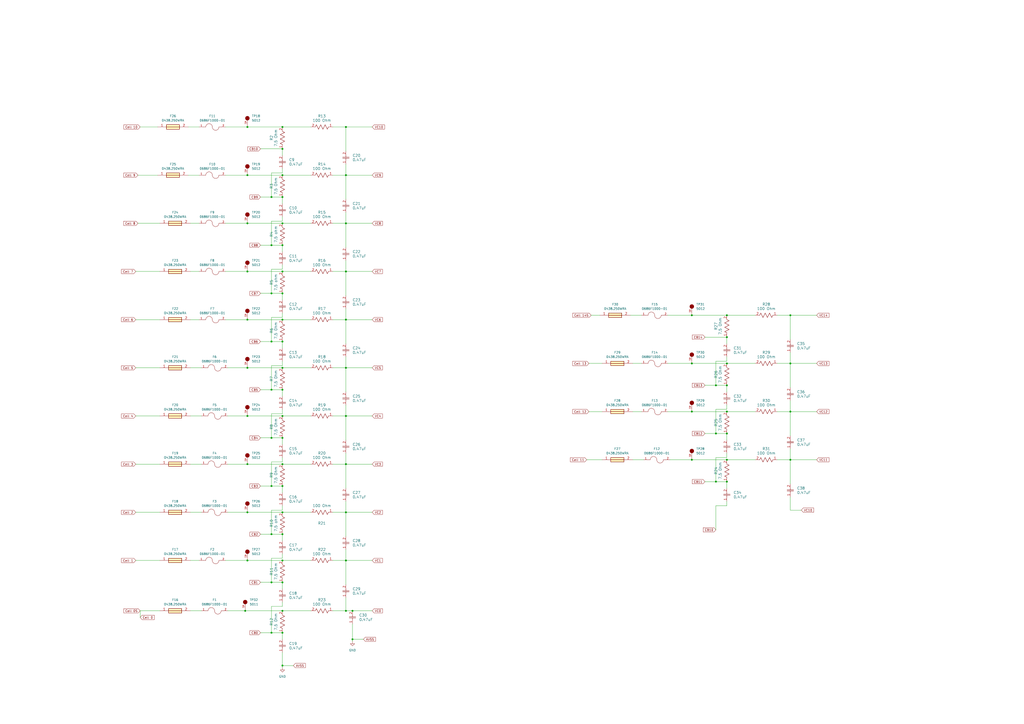
<source format=kicad_sch>
(kicad_sch (version 20231120) (generator "eeschema") (generator_version "8.0")
  (paper "A2")
  (title_block (title "Wire to Board Inputs (14Cells)"))
  (lib_symbols
    (symbol "0438_250WRA:0438.250WRA" (pin_names hide)
      (property "Reference" "F" (at 13.97 6.35 0))
      (property "Value" "0438.250WRA" (at 13.97 3.81 0))
      (symbol "0438.250WRA_1_1"
        (pin passive line (at 0 0 0) (length 5.08) (name "1") (number "1"))
        (pin passive line (at 17.78 0 180) (length 5.08) (name "2") (number "2"))
      )
    )
    (symbol "0686F1000-01:0686F1000-01" (pin_names (offset 1.016))
      (property "Reference" "F" (at -5.08 2.54 0))
      (property "Value" "0686F1000-01" (at -5.08 -3.81 0))
      (symbol "0686F1000-01_0_0"
        (pin passive line (at -7.62 0 0) (length 2.54) (name "~") (number "1"))
        (pin passive line (at 7.62 0 180) (length 2.54) (name "~") (number "2"))
      )
    )
    (symbol "2024-10-08_02-22-32:GCM188R71C474KA55D" (pin_names (offset 0.254))
      (property "Reference" "C32" (at 5.0801 -3.81 90))
      (property "Value" "0.47uF" (at 2.5401 -3.81 90))
      (symbol "GCM188R71C474KA55D_1_1"
        (pin passive line (at 0 0 0) (length 2.54) (name "") (number "1"))
        (pin passive line (at 7.62 0 180) (length 2.54) (name "") (number "2"))
      )
      (symbol "GCM188R71C474KA55D_1_2"
        (pin unspecified line (at 0 0 270) (length 2.54) (name "") (number "1"))
        (pin unspecified line (at 0 -7.62 90) (length 2.54) (name "") (number "2"))
      )
    )
    (symbol "2024-10-08_02-28-54:ERA-3AEB101V" (pin_names (offset 0.254))
      (property "Reference" "R31" (at 6.35 6.35 0))
      (property "Value" "100 Ohm" (at 6.35 3.81 0))
      (symbol "ERA-3AEB101V_1_1"
        (pin passive line (at 12.7 0 180) (length 2.54) (name "") (number "1"))
        (pin passive line (at 0 0 0) (length 2.54) (name "") (number "2"))
      )
      (symbol "ERA-3AEB101V_1_2"
        (pin unspecified line (at 0 12.7 270) (length 2.54) (name "") (number "1"))
        (pin unspecified line (at 0 0 90) (length 2.54) (name "") (number "2"))
      )
    )
    (symbol "2024-10-28_23-49-19:CRCW12067R50FKEAHP" (pin_names (offset 0.254))
      (property "Reference" "R24" (at 6.35 6.35 0))
      (property "Value" "7.5 Ohm" (at 6.35 3.81 0))
      (symbol "CRCW12067R50FKEAHP_1_1"
        (pin passive line (at 0 0 0) (length 2.54) (name "") (number "1"))
        (pin passive line (at 12.7 0 180) (length 2.54) (name "") (number "2"))
      )
      (symbol "CRCW12067R50FKEAHP_1_2"
        (pin unspecified line (at 0 12.7 270) (length 2.54) (name "") (number "1"))
        (pin unspecified line (at 0 0 90) (length 2.54) (name "") (number "2"))
      )
    )
    (symbol "5011:5011" (pin_names (offset 1.016))
      (property "Reference" "TP" (at -2.5444 2.5415 0))
      (property "Value" "5011" (at -2.55 -5.0866 0))
      (symbol "5011_0_0"
        (pin passive line (at -5.08 0 0) (length 5.08) (name "~") (number "TP"))
      )
    )
    (symbol "5012:5012" (pin_names (offset 1.016))
      (property "Reference" "TP" (at -2.5444 2.5415 0))
      (property "Value" "5012" (at -2.55 -5.0866 0))
      (symbol "5012_0_0"
        (pin passive line (at -5.08 0 0) (length 5.08) (name "~") (number "TP"))
      )
    )
    (symbol "CRCW12067R50FKEAHP_1" (pin_names (offset 0.254))
      (property "Reference" "R2" (at 6.35 6.35 0))
      (property "Value" "7.5 Ohm" (at 6.35 3.81 0))
      (symbol "CRCW12067R50FKEAHP_1_1_1"
        (pin passive line (at 0 0 0) (length 2.54) (name "") (number "1"))
        (pin passive line (at 12.7 0 180) (length 2.54) (name "") (number "2"))
      )
      (symbol "CRCW12067R50FKEAHP_1_1_2"
        (pin unspecified line (at 0 12.7 270) (length 2.54) (name "") (number "1"))
        (pin unspecified line (at 0 0 90) (length 2.54) (name "") (number "2"))
      )
    )
    (symbol "CRCW12067R50FKEAHP_10" (pin_names (offset 0.254))
      (property "Reference" "R11" (at 6.35 6.35 0))
      (property "Value" "7.5 Ohm" (at 6.35 3.81 0))
      (symbol "CRCW12067R50FKEAHP_10_1_1"
        (pin passive line (at 0 0 0) (length 2.54) (name "") (number "1"))
        (pin passive line (at 12.7 0 180) (length 2.54) (name "") (number "2"))
      )
      (symbol "CRCW12067R50FKEAHP_10_1_2"
        (pin unspecified line (at 0 12.7 270) (length 2.54) (name "") (number "1"))
        (pin unspecified line (at 0 0 90) (length 2.54) (name "") (number "2"))
      )
    )
    (symbol "CRCW12067R50FKEAHP_11" (pin_names (offset 0.254))
      (property "Reference" "R12" (at 6.35 6.35 0))
      (property "Value" "7.5 Ohm" (at 6.35 3.81 0))
      (symbol "CRCW12067R50FKEAHP_11_1_1"
        (pin passive line (at 0 0 0) (length 2.54) (name "") (number "1"))
        (pin passive line (at 12.7 0 180) (length 2.54) (name "") (number "2"))
      )
      (symbol "CRCW12067R50FKEAHP_11_1_2"
        (pin unspecified line (at 0 12.7 270) (length 2.54) (name "") (number "1"))
        (pin unspecified line (at 0 0 90) (length 2.54) (name "") (number "2"))
      )
    )
    (symbol "CRCW12067R50FKEAHP_12" (pin_names (offset 0.254))
      (property "Reference" "R27" (at 6.35 6.35 0))
      (property "Value" "7.5 Ohm" (at 6.35 3.81 0))
      (symbol "CRCW12067R50FKEAHP_12_1_1"
        (pin passive line (at 0 0 0) (length 2.54) (name "") (number "1"))
        (pin passive line (at 12.7 0 180) (length 2.54) (name "") (number "2"))
      )
      (symbol "CRCW12067R50FKEAHP_12_1_2"
        (pin unspecified line (at 0 12.7 270) (length 2.54) (name "") (number "1"))
        (pin unspecified line (at 0 0 90) (length 2.54) (name "") (number "2"))
      )
    )
    (symbol "CRCW12067R50FKEAHP_13" (pin_names (offset 0.254))
      (property "Reference" "R26" (at 6.35 6.35 0))
      (property "Value" "7.5 Ohm" (at 6.35 3.81 0))
      (symbol "CRCW12067R50FKEAHP_13_1_1"
        (pin passive line (at 0 0 0) (length 2.54) (name "") (number "1"))
        (pin passive line (at 12.7 0 180) (length 2.54) (name "") (number "2"))
      )
      (symbol "CRCW12067R50FKEAHP_13_1_2"
        (pin unspecified line (at 0 12.7 270) (length 2.54) (name "") (number "1"))
        (pin unspecified line (at 0 0 90) (length 2.54) (name "") (number "2"))
      )
    )
    (symbol "CRCW12067R50FKEAHP_14" (pin_names (offset 0.254))
      (property "Reference" "R25" (at 6.35 6.35 0))
      (property "Value" "7.5 Ohm" (at 6.35 3.81 0))
      (symbol "CRCW12067R50FKEAHP_14_1_1"
        (pin passive line (at 0 0 0) (length 2.54) (name "") (number "1"))
        (pin passive line (at 12.7 0 180) (length 2.54) (name "") (number "2"))
      )
      (symbol "CRCW12067R50FKEAHP_14_1_2"
        (pin unspecified line (at 0 12.7 270) (length 2.54) (name "") (number "1"))
        (pin unspecified line (at 0 0 90) (length 2.54) (name "") (number "2"))
      )
    )
    (symbol "CRCW12067R50FKEAHP_2" (pin_names (offset 0.254))
      (property "Reference" "R3" (at 6.35 6.35 0))
      (property "Value" "7.5 Ohm" (at 6.35 3.81 0))
      (symbol "CRCW12067R50FKEAHP_2_1_1"
        (pin passive line (at 0 0 0) (length 2.54) (name "") (number "1"))
        (pin passive line (at 12.7 0 180) (length 2.54) (name "") (number "2"))
      )
      (symbol "CRCW12067R50FKEAHP_2_1_2"
        (pin unspecified line (at 0 12.7 270) (length 2.54) (name "") (number "1"))
        (pin unspecified line (at 0 0 90) (length 2.54) (name "") (number "2"))
      )
    )
    (symbol "CRCW12067R50FKEAHP_3" (pin_names (offset 0.254))
      (property "Reference" "R4" (at 6.35 6.35 0))
      (property "Value" "7.5 ohm" (at 6.35 3.81 0))
      (symbol "CRCW12067R50FKEAHP_3_1_1"
        (pin passive line (at 0 0 0) (length 2.54) (name "") (number "1"))
        (pin passive line (at 12.7 0 180) (length 2.54) (name "") (number "2"))
      )
      (symbol "CRCW12067R50FKEAHP_3_1_2"
        (pin unspecified line (at 0 12.7 270) (length 2.54) (name "") (number "1"))
        (pin unspecified line (at 0 0 90) (length 2.54) (name "") (number "2"))
      )
    )
    (symbol "CRCW12067R50FKEAHP_4" (pin_names (offset 0.254))
      (property "Reference" "R5" (at 6.35 6.35 0))
      (property "Value" "7.5 ohm" (at 6.35 3.81 0))
      (symbol "CRCW12067R50FKEAHP_4_1_1"
        (pin passive line (at 0 0 0) (length 2.54) (name "") (number "1"))
        (pin passive line (at 12.7 0 180) (length 2.54) (name "") (number "2"))
      )
      (symbol "CRCW12067R50FKEAHP_4_1_2"
        (pin unspecified line (at 0 12.7 270) (length 2.54) (name "") (number "1"))
        (pin unspecified line (at 0 0 90) (length 2.54) (name "") (number "2"))
      )
    )
    (symbol "CRCW12067R50FKEAHP_5" (pin_names (offset 0.254))
      (property "Reference" "R6" (at 6.35 6.35 0))
      (property "Value" "7.5 Ohm" (at 6.35 3.81 0))
      (symbol "CRCW12067R50FKEAHP_5_1_1"
        (pin passive line (at 0 0 0) (length 2.54) (name "") (number "1"))
        (pin passive line (at 12.7 0 180) (length 2.54) (name "") (number "2"))
      )
      (symbol "CRCW12067R50FKEAHP_5_1_2"
        (pin unspecified line (at 0 12.7 270) (length 2.54) (name "") (number "1"))
        (pin unspecified line (at 0 0 90) (length 2.54) (name "") (number "2"))
      )
    )
    (symbol "CRCW12067R50FKEAHP_6" (pin_names (offset 0.254))
      (property "Reference" "R7" (at 6.35 6.35 0))
      (property "Value" "7.5 Ohm" (at 6.35 3.81 0))
      (symbol "CRCW12067R50FKEAHP_6_1_1"
        (pin passive line (at 0 0 0) (length 2.54) (name "") (number "1"))
        (pin passive line (at 12.7 0 180) (length 2.54) (name "") (number "2"))
      )
      (symbol "CRCW12067R50FKEAHP_6_1_2"
        (pin unspecified line (at 0 12.7 270) (length 2.54) (name "") (number "1"))
        (pin unspecified line (at 0 0 90) (length 2.54) (name "") (number "2"))
      )
    )
    (symbol "CRCW12067R50FKEAHP_7" (pin_names (offset 0.254))
      (property "Reference" "R8" (at 6.35 6.35 0))
      (property "Value" "7.5 Ohm" (at 6.35 3.81 0))
      (symbol "CRCW12067R50FKEAHP_7_1_1"
        (pin passive line (at 0 0 0) (length 2.54) (name "") (number "1"))
        (pin passive line (at 12.7 0 180) (length 2.54) (name "") (number "2"))
      )
      (symbol "CRCW12067R50FKEAHP_7_1_2"
        (pin unspecified line (at 0 12.7 270) (length 2.54) (name "") (number "1"))
        (pin unspecified line (at 0 0 90) (length 2.54) (name "") (number "2"))
      )
    )
    (symbol "CRCW12067R50FKEAHP_8" (pin_names (offset 0.254))
      (property "Reference" "R9" (at 6.35 6.35 0))
      (property "Value" "7.5 Ohm" (at 6.35 3.81 0))
      (symbol "CRCW12067R50FKEAHP_8_1_1"
        (pin passive line (at 0 0 0) (length 2.54) (name "") (number "1"))
        (pin passive line (at 12.7 0 180) (length 2.54) (name "") (number "2"))
      )
      (symbol "CRCW12067R50FKEAHP_8_1_2"
        (pin unspecified line (at 0 12.7 270) (length 2.54) (name "") (number "1"))
        (pin unspecified line (at 0 0 90) (length 2.54) (name "") (number "2"))
      )
    )
    (symbol "CRCW12067R50FKEAHP_9" (pin_names (offset 0.254))
      (property "Reference" "R10" (at 6.35 6.35 0))
      (property "Value" "7.5 ohm" (at 6.35 3.81 0))
      (symbol "CRCW12067R50FKEAHP_9_1_1"
        (pin passive line (at 0 0 0) (length 2.54) (name "") (number "1"))
        (pin passive line (at 12.7 0 180) (length 2.54) (name "") (number "2"))
      )
      (symbol "CRCW12067R50FKEAHP_9_1_2"
        (pin unspecified line (at 0 12.7 270) (length 2.54) (name "") (number "1"))
        (pin unspecified line (at 0 0 90) (length 2.54) (name "") (number "2"))
      )
    )
    (symbol "ERA-3AEB101V_1" (pin_names (offset 0.254))
      (property "Reference" "R13" (at 6.35 6.35 0))
      (property "Value" "100 Ohm" (at 6.35 3.81 0))
      (symbol "ERA-3AEB101V_1_1_1"
        (pin passive line (at 12.7 0 180) (length 2.54) (name "") (number "1"))
        (pin passive line (at 0 0 0) (length 2.54) (name "") (number "2"))
      )
      (symbol "ERA-3AEB101V_1_1_2"
        (pin unspecified line (at 0 12.7 270) (length 2.54) (name "") (number "1"))
        (pin unspecified line (at 0 0 90) (length 2.54) (name "") (number "2"))
      )
    )
    (symbol "ERA-3AEB101V_10" (pin_names (offset 0.254))
      (property "Reference" "R22" (at 6.35 6.35 0))
      (property "Value" "100 Ohm" (at 6.35 3.81 0))
      (symbol "ERA-3AEB101V_10_1_1"
        (pin passive line (at 12.7 0 180) (length 2.54) (name "") (number "1"))
        (pin passive line (at 0 0 0) (length 2.54) (name "") (number "2"))
      )
      (symbol "ERA-3AEB101V_10_1_2"
        (pin unspecified line (at 0 12.7 270) (length 2.54) (name "") (number "1"))
        (pin unspecified line (at 0 0 90) (length 2.54) (name "") (number "2"))
      )
    )
    (symbol "ERA-3AEB101V_11" (pin_names (offset 0.254))
      (property "Reference" "R23" (at 6.35 6.35 0))
      (property "Value" "100 Ohm" (at 6.35 3.81 0))
      (symbol "ERA-3AEB101V_11_1_1"
        (pin passive line (at 12.7 0 180) (length 2.54) (name "") (number "1"))
        (pin passive line (at 0 0 0) (length 2.54) (name "") (number "2"))
      )
      (symbol "ERA-3AEB101V_11_1_2"
        (pin unspecified line (at 0 12.7 270) (length 2.54) (name "") (number "1"))
        (pin unspecified line (at 0 0 90) (length 2.54) (name "") (number "2"))
      )
    )
    (symbol "ERA-3AEB101V_12" (pin_names (offset 0.254))
      (property "Reference" "R28" (at 6.35 6.35 0))
      (property "Value" "100 Ohm" (at 6.35 3.81 0))
      (symbol "ERA-3AEB101V_12_1_1"
        (pin passive line (at 12.7 0 180) (length 2.54) (name "") (number "1"))
        (pin passive line (at 0 0 0) (length 2.54) (name "") (number "2"))
      )
      (symbol "ERA-3AEB101V_12_1_2"
        (pin unspecified line (at 0 12.7 270) (length 2.54) (name "") (number "1"))
        (pin unspecified line (at 0 0 90) (length 2.54) (name "") (number "2"))
      )
    )
    (symbol "ERA-3AEB101V_13" (pin_names (offset 0.254))
      (property "Reference" "R29" (at 6.35 6.35 0))
      (property "Value" "100 Ohm" (at 6.35 3.81 0))
      (symbol "ERA-3AEB101V_13_1_1"
        (pin passive line (at 12.7 0 180) (length 2.54) (name "") (number "1"))
        (pin passive line (at 0 0 0) (length 2.54) (name "") (number "2"))
      )
      (symbol "ERA-3AEB101V_13_1_2"
        (pin unspecified line (at 0 12.7 270) (length 2.54) (name "") (number "1"))
        (pin unspecified line (at 0 0 90) (length 2.54) (name "") (number "2"))
      )
    )
    (symbol "ERA-3AEB101V_14" (pin_names (offset 0.254))
      (property "Reference" "R30" (at 6.35 6.35 0))
      (property "Value" "100 Ohm" (at 6.35 3.81 0))
      (symbol "ERA-3AEB101V_14_1_1"
        (pin passive line (at 12.7 0 180) (length 2.54) (name "") (number "1"))
        (pin passive line (at 0 0 0) (length 2.54) (name "") (number "2"))
      )
      (symbol "ERA-3AEB101V_14_1_2"
        (pin unspecified line (at 0 12.7 270) (length 2.54) (name "") (number "1"))
        (pin unspecified line (at 0 0 90) (length 2.54) (name "") (number "2"))
      )
    )
    (symbol "ERA-3AEB101V_2" (pin_names (offset 0.254))
      (property "Reference" "R14" (at 6.35 6.35 0))
      (property "Value" "100 Ohm" (at 6.35 3.81 0))
      (symbol "ERA-3AEB101V_2_1_1"
        (pin passive line (at 12.7 0 180) (length 2.54) (name "") (number "1"))
        (pin passive line (at 0 0 0) (length 2.54) (name "") (number "2"))
      )
      (symbol "ERA-3AEB101V_2_1_2"
        (pin unspecified line (at 0 12.7 270) (length 2.54) (name "") (number "1"))
        (pin unspecified line (at 0 0 90) (length 2.54) (name "") (number "2"))
      )
    )
    (symbol "ERA-3AEB101V_3" (pin_names (offset 0.254))
      (property "Reference" "R15" (at 6.35 6.35 0))
      (property "Value" "100 Ohm" (at 6.35 3.81 0))
      (symbol "ERA-3AEB101V_3_1_1"
        (pin passive line (at 12.7 0 180) (length 2.54) (name "") (number "1"))
        (pin passive line (at 0 0 0) (length 2.54) (name "") (number "2"))
      )
      (symbol "ERA-3AEB101V_3_1_2"
        (pin unspecified line (at 0 12.7 270) (length 2.54) (name "") (number "1"))
        (pin unspecified line (at 0 0 90) (length 2.54) (name "") (number "2"))
      )
    )
    (symbol "ERA-3AEB101V_4" (pin_names (offset 0.254))
      (property "Reference" "R16" (at 6.35 6.35 0))
      (property "Value" "100 Ohm" (at 6.35 3.81 0))
      (symbol "ERA-3AEB101V_4_1_1"
        (pin passive line (at 12.7 0 180) (length 2.54) (name "") (number "1"))
        (pin passive line (at 0 0 0) (length 2.54) (name "") (number "2"))
      )
      (symbol "ERA-3AEB101V_4_1_2"
        (pin unspecified line (at 0 12.7 270) (length 2.54) (name "") (number "1"))
        (pin unspecified line (at 0 0 90) (length 2.54) (name "") (number "2"))
      )
    )
    (symbol "ERA-3AEB101V_5" (pin_names (offset 0.254))
      (property "Reference" "R17" (at 6.35 6.35 0))
      (property "Value" "100 Ohm" (at 6.35 3.81 0))
      (symbol "ERA-3AEB101V_5_1_1"
        (pin passive line (at 12.7 0 180) (length 2.54) (name "") (number "1"))
        (pin passive line (at 0 0 0) (length 2.54) (name "") (number "2"))
      )
      (symbol "ERA-3AEB101V_5_1_2"
        (pin unspecified line (at 0 12.7 270) (length 2.54) (name "") (number "1"))
        (pin unspecified line (at 0 0 90) (length 2.54) (name "") (number "2"))
      )
    )
    (symbol "ERA-3AEB101V_6" (pin_names (offset 0.254))
      (property "Reference" "R18" (at 6.35 6.35 0))
      (property "Value" "100 Ohm" (at 6.35 3.81 0))
      (symbol "ERA-3AEB101V_6_1_1"
        (pin passive line (at 12.7 0 180) (length 2.54) (name "") (number "1"))
        (pin passive line (at 0 0 0) (length 2.54) (name "") (number "2"))
      )
      (symbol "ERA-3AEB101V_6_1_2"
        (pin unspecified line (at 0 12.7 270) (length 2.54) (name "") (number "1"))
        (pin unspecified line (at 0 0 90) (length 2.54) (name "") (number "2"))
      )
    )
    (symbol "ERA-3AEB101V_7" (pin_names (offset 0.254))
      (property "Reference" "R19" (at 6.35 6.35 0))
      (property "Value" "100 Ohm" (at 6.35 3.81 0))
      (symbol "ERA-3AEB101V_7_1_1"
        (pin passive line (at 12.7 0 180) (length 2.54) (name "") (number "1"))
        (pin passive line (at 0 0 0) (length 2.54) (name "") (number "2"))
      )
      (symbol "ERA-3AEB101V_7_1_2"
        (pin unspecified line (at 0 12.7 270) (length 2.54) (name "") (number "1"))
        (pin unspecified line (at 0 0 90) (length 2.54) (name "") (number "2"))
      )
    )
    (symbol "ERA-3AEB101V_8" (pin_names (offset 0.254))
      (property "Reference" "R20" (at 6.35 6.35 0))
      (property "Value" "100 Ohm" (at 6.35 3.81 0))
      (symbol "ERA-3AEB101V_8_1_1"
        (pin passive line (at 12.7 0 180) (length 2.54) (name "") (number "1"))
        (pin passive line (at 0 0 0) (length 2.54) (name "") (number "2"))
      )
      (symbol "ERA-3AEB101V_8_1_2"
        (pin unspecified line (at 0 12.7 270) (length 2.54) (name "") (number "1"))
        (pin unspecified line (at 0 0 90) (length 2.54) (name "") (number "2"))
      )
    )
    (symbol "ERA-3AEB101V_9" (pin_names (offset 0.254))
      (property "Reference" "R21" (at 6.35 -6.35 0))
      (property "Value" "100 Ohm" (at 6.35 3.81 0))
      (symbol "ERA-3AEB101V_9_1_1"
        (pin passive line (at 12.7 0 180) (length 2.54) (name "") (number "1"))
        (pin passive line (at 0 0 0) (length 2.54) (name "") (number "2"))
      )
      (symbol "ERA-3AEB101V_9_1_2"
        (pin unspecified line (at 0 12.7 270) (length 2.54) (name "") (number "1"))
        (pin unspecified line (at 0 0 90) (length 2.54) (name "") (number "2"))
      )
    )
    (symbol "GCM188R71C474KA55D_1" (pin_names (offset 0.254))
      (property "Reference" "C30" (at 5.0801 -3.81 90))
      (property "Value" "0.47uF" (at 2.5401 -3.81 90))
      (symbol "GCM188R71C474KA55D_1_1_1"
        (pin passive line (at 0 0 0) (length 2.54) (name "") (number "1"))
        (pin passive line (at 7.62 0 180) (length 2.54) (name "") (number "2"))
      )
      (symbol "GCM188R71C474KA55D_1_1_2"
        (pin unspecified line (at 0 0 270) (length 2.54) (name "") (number "1"))
        (pin unspecified line (at 0 -7.62 90) (length 2.54) (name "") (number "2"))
      )
    )
    (symbol "GCM188R71C474KA55D_10" (pin_names (offset 0.254))
      (property "Reference" "C29" (at 5.0801 -3.81 90))
      (property "Value" "0.47uF" (at 2.5401 -3.81 90))
      (symbol "GCM188R71C474KA55D_10_1_1"
        (pin passive line (at 0 0 0) (length 2.54) (name "") (number "1"))
        (pin passive line (at 7.62 0 180) (length 2.54) (name "") (number "2"))
      )
      (symbol "GCM188R71C474KA55D_10_1_2"
        (pin unspecified line (at 0 0 270) (length 2.54) (name "") (number "1"))
        (pin unspecified line (at 0 -7.62 90) (length 2.54) (name "") (number "2"))
      )
    )
    (symbol "GCM188R71C474KA55D_11" (pin_names (offset 0.254))
      (property "Reference" "C18" (at 5.0801 -3.81 90))
      (property "Value" "0.47uF" (at 2.5401 -3.81 90))
      (symbol "GCM188R71C474KA55D_11_1_1"
        (pin passive line (at 0 0 0) (length 2.54) (name "") (number "1"))
        (pin passive line (at 7.62 0 180) (length 2.54) (name "") (number "2"))
      )
      (symbol "GCM188R71C474KA55D_11_1_2"
        (pin unspecified line (at 0 0 270) (length 2.54) (name "") (number "1"))
        (pin unspecified line (at 0 -7.62 90) (length 2.54) (name "") (number "2"))
      )
    )
    (symbol "GCM188R71C474KA55D_12" (pin_names (offset 0.254))
      (property "Reference" "C28" (at 5.0801 -3.81 90))
      (property "Value" "0.47uF" (at 2.5401 -3.81 90))
      (symbol "GCM188R71C474KA55D_12_1_1"
        (pin passive line (at 0 0 0) (length 2.54) (name "") (number "1"))
        (pin passive line (at 7.62 0 180) (length 2.54) (name "") (number "2"))
      )
      (symbol "GCM188R71C474KA55D_12_1_2"
        (pin unspecified line (at 0 0 270) (length 2.54) (name "") (number "1"))
        (pin unspecified line (at 0 -7.62 90) (length 2.54) (name "") (number "2"))
      )
    )
    (symbol "GCM188R71C474KA55D_13" (pin_names (offset 0.254))
      (property "Reference" "C31" (at 5.0801 -3.81 90))
      (property "Value" "0.47uF" (at 2.5401 -3.81 90))
      (symbol "GCM188R71C474KA55D_13_1_1"
        (pin passive line (at 0 0 0) (length 2.54) (name "") (number "1"))
        (pin passive line (at 7.62 0 180) (length 2.54) (name "") (number "2"))
      )
      (symbol "GCM188R71C474KA55D_13_1_2"
        (pin unspecified line (at 0 0 270) (length 2.54) (name "") (number "1"))
        (pin unspecified line (at 0 -7.62 90) (length 2.54) (name "") (number "2"))
      )
    )
    (symbol "GCM188R71C474KA55D_14" (pin_names (offset 0.254))
      (property "Reference" "C36" (at 5.0801 -3.81 90))
      (property "Value" "0.47uF" (at 2.5401 -3.81 90))
      (symbol "GCM188R71C474KA55D_14_1_1"
        (pin passive line (at 0 0 0) (length 2.54) (name "") (number "1"))
        (pin passive line (at 7.62 0 180) (length 2.54) (name "") (number "2"))
      )
      (symbol "GCM188R71C474KA55D_14_1_2"
        (pin unspecified line (at 0 0 270) (length 2.54) (name "") (number "1"))
        (pin unspecified line (at 0 -7.62 90) (length 2.54) (name "") (number "2"))
      )
    )
    (symbol "GCM188R71C474KA55D_15" (pin_names (offset 0.254))
      (property "Reference" "C17" (at 5.0801 -3.81 90))
      (property "Value" "0.47uF" (at 2.5401 -3.81 90))
      (symbol "GCM188R71C474KA55D_15_1_1"
        (pin passive line (at 0 0 0) (length 2.54) (name "") (number "1"))
        (pin passive line (at 7.62 0 180) (length 2.54) (name "") (number "2"))
      )
      (symbol "GCM188R71C474KA55D_15_1_2"
        (pin unspecified line (at 0 0 270) (length 2.54) (name "") (number "1"))
        (pin unspecified line (at 0 -7.62 90) (length 2.54) (name "") (number "2"))
      )
    )
    (symbol "GCM188R71C474KA55D_16" (pin_names (offset 0.254))
      (property "Reference" "C37" (at 5.0801 -3.81 90))
      (property "Value" "0.47uF" (at 2.5401 -3.81 90))
      (symbol "GCM188R71C474KA55D_16_1_1"
        (pin passive line (at 0 0 0) (length 2.54) (name "") (number "1"))
        (pin passive line (at 7.62 0 180) (length 2.54) (name "") (number "2"))
      )
      (symbol "GCM188R71C474KA55D_16_1_2"
        (pin unspecified line (at 0 0 270) (length 2.54) (name "") (number "1"))
        (pin unspecified line (at 0 -7.62 90) (length 2.54) (name "") (number "2"))
      )
    )
    (symbol "GCM188R71C474KA55D_17" (pin_names (offset 0.254))
      (property "Reference" "C9" (at 5.0801 -3.81 90))
      (property "Value" "0.47uF" (at 2.5401 -3.81 90))
      (symbol "GCM188R71C474KA55D_17_1_1"
        (pin passive line (at 0 0 0) (length 2.54) (name "") (number "1"))
        (pin passive line (at 7.62 0 180) (length 2.54) (name "") (number "2"))
      )
      (symbol "GCM188R71C474KA55D_17_1_2"
        (pin unspecified line (at 0 0 270) (length 2.54) (name "") (number "1"))
        (pin unspecified line (at 0 -7.62 90) (length 2.54) (name "") (number "2"))
      )
    )
    (symbol "GCM188R71C474KA55D_18" (pin_names (offset 0.254))
      (property "Reference" "C20" (at 5.0801 -3.81 90))
      (property "Value" "0.47uF" (at 2.5401 -3.81 90))
      (symbol "GCM188R71C474KA55D_18_1_1"
        (pin passive line (at 0 0 0) (length 2.54) (name "") (number "1"))
        (pin passive line (at 7.62 0 180) (length 2.54) (name "") (number "2"))
      )
      (symbol "GCM188R71C474KA55D_18_1_2"
        (pin unspecified line (at 0 0 270) (length 2.54) (name "") (number "1"))
        (pin unspecified line (at 0 -7.62 90) (length 2.54) (name "") (number "2"))
      )
    )
    (symbol "GCM188R71C474KA55D_19" (pin_names (offset 0.254))
      (property "Reference" "C38" (at 5.0801 -3.81 90))
      (property "Value" "0.47uF" (at 2.5401 -3.81 90))
      (symbol "GCM188R71C474KA55D_19_1_1"
        (pin passive line (at 0 0 0) (length 2.54) (name "") (number "1"))
        (pin passive line (at 7.62 0 180) (length 2.54) (name "") (number "2"))
      )
      (symbol "GCM188R71C474KA55D_19_1_2"
        (pin unspecified line (at 0 0 270) (length 2.54) (name "") (number "1"))
        (pin unspecified line (at 0 -7.62 90) (length 2.54) (name "") (number "2"))
      )
    )
    (symbol "GCM188R71C474KA55D_2" (pin_names (offset 0.254))
      (property "Reference" "C26" (at 5.0801 -3.81 90))
      (property "Value" "0.47uF" (at 2.5401 -3.81 90))
      (symbol "GCM188R71C474KA55D_2_1_1"
        (pin passive line (at 0 0 0) (length 2.54) (name "") (number "1"))
        (pin passive line (at 7.62 0 180) (length 2.54) (name "") (number "2"))
      )
      (symbol "GCM188R71C474KA55D_2_1_2"
        (pin unspecified line (at 0 0 270) (length 2.54) (name "") (number "1"))
        (pin unspecified line (at 0 -7.62 90) (length 2.54) (name "") (number "2"))
      )
    )
    (symbol "GCM188R71C474KA55D_20" (pin_names (offset 0.254))
      (property "Reference" "C22" (at 5.0801 -3.81 90))
      (property "Value" "0.47uF" (at 2.5401 -3.81 90))
      (symbol "GCM188R71C474KA55D_20_1_1"
        (pin passive line (at 0 0 0) (length 2.54) (name "") (number "1"))
        (pin passive line (at 7.62 0 180) (length 2.54) (name "") (number "2"))
      )
      (symbol "GCM188R71C474KA55D_20_1_2"
        (pin unspecified line (at 0 0 270) (length 2.54) (name "") (number "1"))
        (pin unspecified line (at 0 -7.62 90) (length 2.54) (name "") (number "2"))
      )
    )
    (symbol "GCM188R71C474KA55D_21" (pin_names (offset 0.254))
      (property "Reference" "C14" (at 5.0801 -3.81 90))
      (property "Value" "0.47uF" (at 2.5401 -3.81 90))
      (symbol "GCM188R71C474KA55D_21_1_1"
        (pin passive line (at 0 0 0) (length 2.54) (name "") (number "1"))
        (pin passive line (at 7.62 0 180) (length 2.54) (name "") (number "2"))
      )
      (symbol "GCM188R71C474KA55D_21_1_2"
        (pin unspecified line (at 0 0 270) (length 2.54) (name "") (number "1"))
        (pin unspecified line (at 0 -7.62 90) (length 2.54) (name "") (number "2"))
      )
    )
    (symbol "GCM188R71C474KA55D_22" (pin_names (offset 0.254))
      (property "Reference" "C21" (at 5.0801 -3.81 90))
      (property "Value" "0.47uF" (at 2.5401 -3.81 90))
      (symbol "GCM188R71C474KA55D_22_1_1"
        (pin passive line (at 0 0 0) (length 2.54) (name "") (number "1"))
        (pin passive line (at 7.62 0 180) (length 2.54) (name "") (number "2"))
      )
      (symbol "GCM188R71C474KA55D_22_1_2"
        (pin unspecified line (at 0 0 270) (length 2.54) (name "") (number "1"))
        (pin unspecified line (at 0 -7.62 90) (length 2.54) (name "") (number "2"))
      )
    )
    (symbol "GCM188R71C474KA55D_23" (pin_names (offset 0.254))
      (property "Reference" "C10" (at 5.0801 -3.81 90))
      (property "Value" "0.47uF" (at 2.5401 -3.81 90))
      (symbol "GCM188R71C474KA55D_23_1_1"
        (pin passive line (at 0 0 0) (length 2.54) (name "") (number "1"))
        (pin passive line (at 7.62 0 180) (length 2.54) (name "") (number "2"))
      )
      (symbol "GCM188R71C474KA55D_23_1_2"
        (pin unspecified line (at 0 0 270) (length 2.54) (name "") (number "1"))
        (pin unspecified line (at 0 -7.62 90) (length 2.54) (name "") (number "2"))
      )
    )
    (symbol "GCM188R71C474KA55D_24" (pin_names (offset 0.254))
      (property "Reference" "C11" (at 5.0801 -3.81 90))
      (property "Value" "0.47uF" (at 2.5401 -3.81 90))
      (symbol "GCM188R71C474KA55D_24_1_1"
        (pin passive line (at 0 0 0) (length 2.54) (name "") (number "1"))
        (pin passive line (at 7.62 0 180) (length 2.54) (name "") (number "2"))
      )
      (symbol "GCM188R71C474KA55D_24_1_2"
        (pin unspecified line (at 0 0 270) (length 2.54) (name "") (number "1"))
        (pin unspecified line (at 0 -7.62 90) (length 2.54) (name "") (number "2"))
      )
    )
    (symbol "GCM188R71C474KA55D_25" (pin_names (offset 0.254))
      (property "Reference" "C12" (at 5.0801 -3.81 90))
      (property "Value" "0.47uF" (at 2.5401 -3.81 90))
      (symbol "GCM188R71C474KA55D_25_1_1"
        (pin passive line (at 0 0 0) (length 2.54) (name "") (number "1"))
        (pin passive line (at 7.62 0 180) (length 2.54) (name "") (number "2"))
      )
      (symbol "GCM188R71C474KA55D_25_1_2"
        (pin unspecified line (at 0 0 270) (length 2.54) (name "") (number "1"))
        (pin unspecified line (at 0 -7.62 90) (length 2.54) (name "") (number "2"))
      )
    )
    (symbol "GCM188R71C474KA55D_26" (pin_names (offset 0.254))
      (property "Reference" "C23" (at 5.0801 -3.81 90))
      (property "Value" "0.47uF" (at 2.5401 -3.81 90))
      (symbol "GCM188R71C474KA55D_26_1_1"
        (pin passive line (at 0 0 0) (length 2.54) (name "") (number "1"))
        (pin passive line (at 7.62 0 180) (length 2.54) (name "") (number "2"))
      )
      (symbol "GCM188R71C474KA55D_26_1_2"
        (pin unspecified line (at 0 0 270) (length 2.54) (name "") (number "1"))
        (pin unspecified line (at 0 -7.62 90) (length 2.54) (name "") (number "2"))
      )
    )
    (symbol "GCM188R71C474KA55D_27" (pin_names (offset 0.254))
      (property "Reference" "C13" (at 5.0801 -3.81 90))
      (property "Value" "0.47uF" (at 2.5401 -3.81 90))
      (symbol "GCM188R71C474KA55D_27_1_1"
        (pin passive line (at 0 0 0) (length 2.54) (name "") (number "1"))
        (pin passive line (at 7.62 0 180) (length 2.54) (name "") (number "2"))
      )
      (symbol "GCM188R71C474KA55D_27_1_2"
        (pin unspecified line (at 0 0 270) (length 2.54) (name "") (number "1"))
        (pin unspecified line (at 0 -7.62 90) (length 2.54) (name "") (number "2"))
      )
    )
    (symbol "GCM188R71C474KA55D_28" (pin_names (offset 0.254))
      (property "Reference" "C25" (at 5.0801 -3.81 90))
      (property "Value" "0.47uF" (at 2.5401 -3.81 90))
      (symbol "GCM188R71C474KA55D_28_1_1"
        (pin passive line (at 0 0 0) (length 2.54) (name "") (number "1"))
        (pin passive line (at 7.62 0 180) (length 2.54) (name "") (number "2"))
      )
      (symbol "GCM188R71C474KA55D_28_1_2"
        (pin unspecified line (at 0 0 270) (length 2.54) (name "") (number "1"))
        (pin unspecified line (at 0 -7.62 90) (length 2.54) (name "") (number "2"))
      )
    )
    (symbol "GCM188R71C474KA55D_29" (pin_names (offset 0.254))
      (property "Reference" "C16" (at 5.0801 -3.81 90))
      (property "Value" "0.47uF" (at 2.5401 -3.81 90))
      (symbol "GCM188R71C474KA55D_29_1_1"
        (pin passive line (at 0 0 0) (length 2.54) (name "") (number "1"))
        (pin passive line (at 7.62 0 180) (length 2.54) (name "") (number "2"))
      )
      (symbol "GCM188R71C474KA55D_29_1_2"
        (pin unspecified line (at 0 0 270) (length 2.54) (name "") (number "1"))
        (pin unspecified line (at 0 -7.62 90) (length 2.54) (name "") (number "2"))
      )
    )
    (symbol "GCM188R71C474KA55D_3" (pin_names (offset 0.254))
      (property "Reference" "C19" (at 5.0801 -3.81 90))
      (property "Value" "0.47uF" (at 2.5401 -3.81 90))
      (symbol "GCM188R71C474KA55D_3_1_1"
        (pin passive line (at 0 0 0) (length 2.54) (name "") (number "1"))
        (pin passive line (at 7.62 0 180) (length 2.54) (name "") (number "2"))
      )
      (symbol "GCM188R71C474KA55D_3_1_2"
        (pin unspecified line (at 0 0 270) (length 2.54) (name "") (number "1"))
        (pin unspecified line (at 0 -7.62 90) (length 2.54) (name "") (number "2"))
      )
    )
    (symbol "GCM188R71C474KA55D_4" (pin_names (offset 0.254))
      (property "Reference" "C15" (at 5.0801 -3.81 90))
      (property "Value" "0.47uF" (at 2.5401 -3.81 90))
      (symbol "GCM188R71C474KA55D_4_1_1"
        (pin passive line (at 0 0 0) (length 2.54) (name "") (number "1"))
        (pin passive line (at 7.62 0 180) (length 2.54) (name "") (number "2"))
      )
      (symbol "GCM188R71C474KA55D_4_1_2"
        (pin unspecified line (at 0 0 270) (length 2.54) (name "") (number "1"))
        (pin unspecified line (at 0 -7.62 90) (length 2.54) (name "") (number "2"))
      )
    )
    (symbol "GCM188R71C474KA55D_5" (pin_names (offset 0.254))
      (property "Reference" "C27" (at 5.0801 -3.81 90))
      (property "Value" "0.47uF" (at 2.5401 -3.81 90))
      (symbol "GCM188R71C474KA55D_5_1_1"
        (pin passive line (at 0 0 0) (length 2.54) (name "") (number "1"))
        (pin passive line (at 7.62 0 180) (length 2.54) (name "") (number "2"))
      )
      (symbol "GCM188R71C474KA55D_5_1_2"
        (pin unspecified line (at 0 0 270) (length 2.54) (name "") (number "1"))
        (pin unspecified line (at 0 -7.62 90) (length 2.54) (name "") (number "2"))
      )
    )
    (symbol "GCM188R71C474KA55D_6" (pin_names (offset 0.254))
      (property "Reference" "C34" (at 5.0801 -3.81 90))
      (property "Value" "0.47uF" (at 2.5401 -3.81 90))
      (symbol "GCM188R71C474KA55D_6_1_1"
        (pin passive line (at 0 0 0) (length 2.54) (name "") (number "1"))
        (pin passive line (at 7.62 0 180) (length 2.54) (name "") (number "2"))
      )
      (symbol "GCM188R71C474KA55D_6_1_2"
        (pin unspecified line (at 0 0 270) (length 2.54) (name "") (number "1"))
        (pin unspecified line (at 0 -7.62 90) (length 2.54) (name "") (number "2"))
      )
    )
    (symbol "GCM188R71C474KA55D_7" (pin_names (offset 0.254))
      (property "Reference" "C33" (at 5.0801 -3.81 90))
      (property "Value" "0.47uF" (at 2.5401 -3.81 90))
      (symbol "GCM188R71C474KA55D_7_1_1"
        (pin passive line (at 0 0 0) (length 2.54) (name "") (number "1"))
        (pin passive line (at 7.62 0 180) (length 2.54) (name "") (number "2"))
      )
      (symbol "GCM188R71C474KA55D_7_1_2"
        (pin unspecified line (at 0 0 270) (length 2.54) (name "") (number "1"))
        (pin unspecified line (at 0 -7.62 90) (length 2.54) (name "") (number "2"))
      )
    )
    (symbol "GCM188R71C474KA55D_8" (pin_names (offset 0.254))
      (property "Reference" "C24" (at 5.0801 -3.81 90))
      (property "Value" "0.47uF" (at 2.5401 -3.81 90))
      (symbol "GCM188R71C474KA55D_8_1_1"
        (pin passive line (at 0 0 0) (length 2.54) (name "") (number "1"))
        (pin passive line (at 7.62 0 180) (length 2.54) (name "") (number "2"))
      )
      (symbol "GCM188R71C474KA55D_8_1_2"
        (pin unspecified line (at 0 0 270) (length 2.54) (name "") (number "1"))
        (pin unspecified line (at 0 -7.62 90) (length 2.54) (name "") (number "2"))
      )
    )
    (symbol "GCM188R71C474KA55D_9" (pin_names (offset 0.254))
      (property "Reference" "C35" (at 5.0801 -3.81 90))
      (property "Value" "0.47uF" (at 2.5401 -3.81 90))
      (symbol "GCM188R71C474KA55D_9_1_1"
        (pin passive line (at 0 0 0) (length 2.54) (name "") (number "1"))
        (pin passive line (at 7.62 0 180) (length 2.54) (name "") (number "2"))
      )
      (symbol "GCM188R71C474KA55D_9_1_2"
        (pin unspecified line (at 0 0 270) (length 2.54) (name "") (number "1"))
        (pin unspecified line (at 0 -7.62 90) (length 2.54) (name "") (number "2"))
      )
    )
    (symbol "power:GND" (power) (pin_numbers hide) (pin_names (offset 0) hide)
      (property "Value" "GND" (at 0 -3.81 0))
      (symbol "GND_1_1"
        (pin power_in line (at 0 0 270) (length 0) (name "~") (number "1"))
      )
    )
  )
  (junction (at 200.66 354.33))
  (junction (at 163.83 198.12))
  (junction (at 421.64 182.88))
  (junction (at 200.66 213.36))
  (junction (at 421.64 251.46))
  (junction (at 163.83 386.08))
  (junction (at 163.83 354.33))
  (junction (at 163.83 185.42))
  (junction (at 200.66 73.66))
  (junction (at 415.29 223.52))
  (junction (at 157.48 254))
  (junction (at 157.48 309.88))
  (junction (at 157.48 281.94))
  (junction (at 163.83 367.03))
  (junction (at 163.83 254))
  (junction (at 421.64 279.4))
  (junction (at 200.66 185.42))
  (junction (at 143.51 213.36))
  (junction (at 163.83 86.36))
  (junction (at 421.64 266.7))
  (junction (at 163.83 101.6))
  (junction (at 163.83 142.24))
  (junction (at 143.51 73.66))
  (junction (at 163.83 297.18))
  (junction (at 415.29 279.4))
  (junction (at 143.51 241.3))
  (junction (at 401.32 210.82))
  (junction (at 204.47 370.84))
  (junction (at 157.48 114.3))
  (junction (at 163.83 269.24))
  (junction (at 200.66 241.3))
  (junction (at 200.66 269.24))
  (junction (at 143.51 297.18))
  (junction (at 458.47 266.7))
  (junction (at 163.83 226.06))
  (junction (at 157.48 367.03))
  (junction (at 401.32 182.88))
  (junction (at 421.64 210.82))
  (junction (at 163.83 281.94))
  (junction (at 157.48 337.82))
  (junction (at 163.83 309.88))
  (junction (at 163.83 213.36))
  (junction (at 143.51 269.24))
  (junction (at 458.47 238.76))
  (junction (at 401.32 266.7))
  (junction (at 204.47 354.33))
  (junction (at 143.51 101.6))
  (junction (at 163.83 325.12))
  (junction (at 157.48 198.12))
  (junction (at 163.83 170.18))
  (junction (at 163.83 129.54))
  (junction (at 200.66 101.6))
  (junction (at 143.51 129.54))
  (junction (at 458.47 182.88))
  (junction (at 163.83 337.82))
  (junction (at 163.83 114.3))
  (junction (at 163.83 73.66))
  (junction (at 200.66 129.54))
  (junction (at 143.51 157.48))
  (junction (at 200.66 157.48))
  (junction (at 157.48 226.06))
  (junction (at 142.24 354.33))
  (junction (at 143.51 325.12))
  (junction (at 157.48 142.24))
  (junction (at 421.64 195.58))
  (junction (at 163.83 157.48))
  (junction (at 458.47 210.82))
  (junction (at 143.51 185.42))
  (junction (at 163.83 241.3))
  (junction (at 157.48 170.18))
  (junction (at 421.64 238.76))
  (junction (at 401.32 238.76))
  (junction (at 200.66 297.18))
  (junction (at 200.66 325.12))
  (junction (at 421.64 223.52))
  (junction (at 415.29 251.46))
  (wire (pts (xy 200.66 297.18) (xy 200.66 311.15)))
  (wire (pts (xy 365.76 182.88) (xy 372.11 182.88)))
  (wire (pts (xy 110.49 354.33) (xy 116.84 354.33)))
  (wire (pts (xy 458.47 280.67) (xy 458.47 266.7)))
  (wire (pts (xy 421.64 293.37) (xy 415.29 293.37)))
  (wire (pts (xy 458.47 252.73) (xy 458.47 238.76)))
  (wire (pts (xy 110.49 269.24) (xy 116.84 269.24)))
  (wire (pts (xy 415.29 237.49) (xy 415.29 251.46)))
  (wire (pts (xy 388.62 266.7) (xy 401.32 266.7)))
  (wire (pts (xy 163.83 367.03) (xy 163.83 370.84)))
  (wire (pts (xy 151.13 309.88) (xy 157.48 309.88)))
  (wire (pts (xy 200.66 318.77) (xy 200.66 325.12)))
  (wire (pts (xy 193.04 101.6) (xy 200.66 101.6)))
  (wire (pts (xy 415.29 279.4) (xy 421.64 279.4)))
  (wire (pts (xy 200.66 227.33) (xy 200.66 213.36)))
  (wire (pts (xy 81.28 354.33) (xy 92.71 354.33)))
  (wire (pts (xy 78.74 241.3) (xy 92.71 241.3)))
  (wire (pts (xy 200.66 346.71) (xy 200.66 354.33)))
  (wire (pts (xy 163.83 241.3) (xy 180.34 241.3)))
  (wire (pts (xy 193.04 269.24) (xy 200.66 269.24)))
  (wire (pts (xy 450.85 182.88) (xy 458.47 182.88)))
  (wire (pts (xy 163.83 157.48) (xy 180.34 157.48)))
  (wire (pts (xy 163.83 354.33) (xy 180.34 354.33)))
  (wire (pts (xy 200.66 255.27) (xy 200.66 241.3)))
  (wire (pts (xy 157.48 128.27) (xy 157.48 142.24)))
  (wire (pts (xy 81.28 354.33) (xy 81.28 358.14)))
  (wire (pts (xy 200.66 199.39) (xy 200.66 185.42)))
  (wire (pts (xy 367.03 210.82) (xy 372.11 210.82)))
  (wire (pts (xy 110.49 325.12) (xy 115.57 325.12)))
  (wire (pts (xy 143.51 185.42) (xy 163.83 185.42)))
  (wire (pts (xy 157.48 323.85) (xy 157.48 337.82)))
  (wire (pts (xy 151.13 367.03) (xy 157.48 367.03)))
  (wire (pts (xy 163.83 265.43) (xy 163.83 267.97)))
  (wire (pts (xy 458.47 204.47) (xy 458.47 210.82)))
  (wire (pts (xy 110.49 129.54) (xy 115.57 129.54)))
  (wire (pts (xy 157.48 295.91) (xy 157.48 309.88)))
  (wire (pts (xy 200.66 269.24) (xy 215.9 269.24)))
  (wire (pts (xy 151.13 198.12) (xy 157.48 198.12)))
  (wire (pts (xy 464.82 295.91) (xy 458.47 295.91)))
  (wire (pts (xy 157.48 114.3) (xy 163.83 114.3)))
  (wire (pts (xy 163.83 351.79) (xy 157.48 351.79)))
  (wire (pts (xy 421.64 290.83) (xy 421.64 293.37)))
  (wire (pts (xy 163.83 295.91) (xy 157.48 295.91)))
  (wire (pts (xy 110.49 157.48) (xy 115.57 157.48)))
  (wire (pts (xy 200.66 207.01) (xy 200.66 213.36)))
  (wire (pts (xy 163.83 156.21) (xy 157.48 156.21)))
  (wire (pts (xy 200.66 101.6) (xy 215.9 101.6)))
  (wire (pts (xy 110.49 241.3) (xy 116.84 241.3)))
  (wire (pts (xy 157.48 100.33) (xy 157.48 114.3)))
  (wire (pts (xy 163.83 142.24) (xy 163.83 146.05)))
  (wire (pts (xy 193.04 73.66) (xy 200.66 73.66)))
  (wire (pts (xy 450.85 238.76) (xy 458.47 238.76)))
  (wire (pts (xy 143.51 297.18) (xy 163.83 297.18)))
  (wire (pts (xy 200.66 290.83) (xy 200.66 297.18)))
  (wire (pts (xy 157.48 309.88) (xy 163.83 309.88)))
  (wire (pts (xy 415.29 223.52) (xy 421.64 223.52)))
  (wire (pts (xy 367.03 266.7) (xy 373.38 266.7)))
  (wire (pts (xy 458.47 210.82) (xy 473.71 210.82)))
  (wire (pts (xy 130.81 157.48) (xy 143.51 157.48)))
  (wire (pts (xy 421.64 182.88) (xy 438.15 182.88)))
  (wire (pts (xy 193.04 129.54) (xy 200.66 129.54)))
  (wire (pts (xy 421.64 210.82) (xy 438.15 210.82)))
  (wire (pts (xy 151.13 226.06) (xy 157.48 226.06)))
  (wire (pts (xy 157.48 367.03) (xy 163.83 367.03)))
  (wire (pts (xy 193.04 325.12) (xy 200.66 325.12)))
  (wire (pts (xy 80.01 101.6) (xy 91.44 101.6)))
  (wire (pts (xy 200.66 213.36) (xy 215.9 213.36)))
  (wire (pts (xy 143.51 213.36) (xy 163.83 213.36)))
  (wire (pts (xy 421.64 209.55) (xy 415.29 209.55)))
  (wire (pts (xy 387.35 210.82) (xy 401.32 210.82)))
  (wire (pts (xy 163.83 269.24) (xy 180.34 269.24)))
  (wire (pts (xy 78.74 157.48) (xy 92.71 157.48)))
  (wire (pts (xy 200.66 151.13) (xy 200.66 157.48)))
  (wire (pts (xy 163.83 254) (xy 163.83 257.81)))
  (wire (pts (xy 157.48 184.15) (xy 157.48 198.12)))
  (wire (pts (xy 157.48 337.82) (xy 163.83 337.82)))
  (wire (pts (xy 157.48 254) (xy 163.83 254)))
  (wire (pts (xy 200.66 185.42) (xy 215.9 185.42)))
  (wire (pts (xy 78.74 185.42) (xy 92.71 185.42)))
  (wire (pts (xy 151.13 254) (xy 157.48 254)))
  (wire (pts (xy 163.83 297.18) (xy 180.34 297.18)))
  (wire (pts (xy 78.74 269.24) (xy 92.71 269.24)))
  (wire (pts (xy 132.08 354.33) (xy 142.24 354.33)))
  (wire (pts (xy 200.66 143.51) (xy 200.66 129.54)))
  (wire (pts (xy 341.63 210.82) (xy 349.25 210.82)))
  (wire (pts (xy 143.51 129.54) (xy 163.83 129.54)))
  (wire (pts (xy 109.22 101.6) (xy 115.57 101.6)))
  (wire (pts (xy 387.35 238.76) (xy 401.32 238.76)))
  (wire (pts (xy 163.83 101.6) (xy 180.34 101.6)))
  (wire (pts (xy 450.85 210.82) (xy 458.47 210.82)))
  (wire (pts (xy 193.04 354.33) (xy 200.66 354.33)))
  (wire (pts (xy 421.64 265.43) (xy 415.29 265.43)))
  (wire (pts (xy 458.47 232.41) (xy 458.47 238.76)))
  (wire (pts (xy 204.47 361.95) (xy 204.47 370.84)))
  (wire (pts (xy 151.13 337.82) (xy 157.48 337.82)))
  (wire (pts (xy 163.83 293.37) (xy 163.83 295.91)))
  (wire (pts (xy 340.36 266.7) (xy 349.25 266.7)))
  (wire (pts (xy 163.83 185.42) (xy 180.34 185.42)))
  (wire (pts (xy 130.81 185.42) (xy 143.51 185.42)))
  (wire (pts (xy 458.47 182.88) (xy 473.71 182.88)))
  (wire (pts (xy 200.66 129.54) (xy 215.9 129.54)))
  (wire (pts (xy 200.66 171.45) (xy 200.66 157.48)))
  (wire (pts (xy 163.83 337.82) (xy 163.83 341.63)))
  (wire (pts (xy 157.48 156.21) (xy 157.48 170.18)))
  (wire (pts (xy 200.66 262.89) (xy 200.66 269.24)))
  (wire (pts (xy 163.83 226.06) (xy 163.83 229.87)))
  (wire (pts (xy 142.24 354.33) (xy 163.83 354.33)))
  (wire (pts (xy 163.83 386.08) (xy 170.18 386.08)))
  (wire (pts (xy 151.13 114.3) (xy 157.48 114.3)))
  (wire (pts (xy 143.51 73.66) (xy 163.83 73.66)))
  (wire (pts (xy 204.47 370.84) (xy 204.47 372.11)))
  (wire (pts (xy 458.47 295.91) (xy 458.47 288.29)))
  (wire (pts (xy 163.83 237.49) (xy 163.83 240.03)))
  (wire (pts (xy 200.66 241.3) (xy 215.9 241.3)))
  (wire (pts (xy 143.51 157.48) (xy 163.83 157.48)))
  (wire (pts (xy 408.94 195.58) (xy 421.64 195.58)))
  (wire (pts (xy 143.51 269.24) (xy 163.83 269.24)))
  (wire (pts (xy 421.64 266.7) (xy 438.15 266.7)))
  (wire (pts (xy 143.51 101.6) (xy 163.83 101.6)))
  (wire (pts (xy 193.04 185.42) (xy 200.66 185.42)))
  (wire (pts (xy 163.83 198.12) (xy 163.83 201.93)))
  (wire (pts (xy 163.83 73.66) (xy 180.34 73.66)))
  (wire (pts (xy 163.83 114.3) (xy 163.83 118.11)))
  (wire (pts (xy 200.66 123.19) (xy 200.66 129.54)))
  (wire (pts (xy 421.64 251.46) (xy 421.64 255.27)))
  (wire (pts (xy 157.48 198.12) (xy 163.83 198.12)))
  (wire (pts (xy 421.64 238.76) (xy 438.15 238.76)))
  (wire (pts (xy 130.81 325.12) (xy 143.51 325.12)))
  (wire (pts (xy 458.47 266.7) (xy 473.71 266.7)))
  (wire (pts (xy 204.47 354.33) (xy 215.9 354.33)))
  (wire (pts (xy 163.83 309.88) (xy 163.83 313.69)))
  (wire (pts (xy 163.83 170.18) (xy 163.83 173.99)))
  (wire (pts (xy 163.83 240.03) (xy 157.48 240.03)))
  (wire (pts (xy 450.85 266.7) (xy 458.47 266.7)))
  (wire (pts (xy 163.83 349.25) (xy 163.83 351.79)))
  (wire (pts (xy 78.74 213.36) (xy 92.71 213.36)))
  (wire (pts (xy 163.83 321.31) (xy 163.83 323.85)))
  (wire (pts (xy 401.32 210.82) (xy 421.64 210.82)))
  (wire (pts (xy 421.64 234.95) (xy 421.64 237.49)))
  (wire (pts (xy 143.51 241.3) (xy 163.83 241.3)))
  (wire (pts (xy 163.83 325.12) (xy 180.34 325.12)))
  (wire (pts (xy 421.64 223.52) (xy 421.64 227.33)))
  (wire (pts (xy 200.66 115.57) (xy 200.66 101.6)))
  (wire (pts (xy 109.22 73.66) (xy 115.57 73.66)))
  (wire (pts (xy 421.64 207.01) (xy 421.64 209.55)))
  (wire (pts (xy 157.48 170.18) (xy 163.83 170.18)))
  (wire (pts (xy 163.83 209.55) (xy 163.83 212.09)))
  (wire (pts (xy 132.08 297.18) (xy 143.51 297.18)))
  (wire (pts (xy 387.35 182.88) (xy 401.32 182.88)))
  (wire (pts (xy 200.66 283.21) (xy 200.66 269.24)))
  (wire (pts (xy 151.13 170.18) (xy 157.48 170.18)))
  (wire (pts (xy 163.83 281.94) (xy 163.83 285.75)))
  (wire (pts (xy 367.03 238.76) (xy 372.11 238.76)))
  (wire (pts (xy 157.48 351.79) (xy 157.48 367.03)))
  (wire (pts (xy 130.81 101.6) (xy 143.51 101.6)))
  (wire (pts (xy 163.83 184.15) (xy 157.48 184.15)))
  (wire (pts (xy 163.83 129.54) (xy 180.34 129.54)))
  (wire (pts (xy 200.66 157.48) (xy 215.9 157.48)))
  (wire (pts (xy 151.13 142.24) (xy 157.48 142.24)))
  (wire (pts (xy 458.47 238.76) (xy 473.71 238.76)))
  (wire (pts (xy 200.66 95.25) (xy 200.66 101.6)))
  (wire (pts (xy 163.83 153.67) (xy 163.83 156.21)))
  (wire (pts (xy 151.13 86.36) (xy 163.83 86.36)))
  (wire (pts (xy 163.83 323.85) (xy 157.48 323.85)))
  (wire (pts (xy 157.48 281.94) (xy 163.83 281.94)))
  (wire (pts (xy 78.74 297.18) (xy 92.71 297.18)))
  (wire (pts (xy 421.64 262.89) (xy 421.64 265.43)))
  (wire (pts (xy 110.49 213.36) (xy 116.84 213.36)))
  (wire (pts (xy 130.81 129.54) (xy 143.51 129.54)))
  (wire (pts (xy 163.83 378.46) (xy 163.83 386.08)))
  (wire (pts (xy 157.48 226.06) (xy 163.83 226.06)))
  (wire (pts (xy 408.94 223.52) (xy 415.29 223.52)))
  (wire (pts (xy 78.74 325.12) (xy 92.71 325.12)))
  (wire (pts (xy 200.66 87.63) (xy 200.66 73.66)))
  (wire (pts (xy 163.83 86.36) (xy 163.83 90.17)))
  (wire (pts (xy 132.08 241.3) (xy 143.51 241.3)))
  (wire (pts (xy 415.29 293.37) (xy 415.29 307.34)))
  (wire (pts (xy 200.66 354.33) (xy 204.47 354.33)))
  (wire (pts (xy 163.83 128.27) (xy 157.48 128.27)))
  (wire (pts (xy 163.83 125.73) (xy 163.83 128.27)))
  (wire (pts (xy 157.48 212.09) (xy 157.48 226.06)))
  (wire (pts (xy 193.04 157.48) (xy 200.66 157.48)))
  (wire (pts (xy 132.08 269.24) (xy 143.51 269.24)))
  (wire (pts (xy 421.64 279.4) (xy 421.64 283.21)))
  (wire (pts (xy 341.63 238.76) (xy 349.25 238.76)))
  (wire (pts (xy 415.29 251.46) (xy 421.64 251.46)))
  (wire (pts (xy 163.83 100.33) (xy 157.48 100.33)))
  (wire (pts (xy 132.08 213.36) (xy 143.51 213.36)))
  (wire (pts (xy 415.29 209.55) (xy 415.29 223.52)))
  (wire (pts (xy 421.64 195.58) (xy 421.64 199.39)))
  (wire (pts (xy 151.13 281.94) (xy 157.48 281.94)))
  (wire (pts (xy 415.29 265.43) (xy 415.29 279.4)))
  (wire (pts (xy 163.83 267.97) (xy 157.48 267.97)))
  (wire (pts (xy 110.49 297.18) (xy 116.84 297.18)))
  (wire (pts (xy 200.66 325.12) (xy 215.9 325.12)))
  (wire (pts (xy 163.83 97.79) (xy 163.83 100.33)))
  (wire (pts (xy 401.32 266.7) (xy 421.64 266.7)))
  (wire (pts (xy 157.48 267.97) (xy 157.48 281.94)))
  (wire (pts (xy 143.51 325.12) (xy 163.83 325.12)))
  (wire (pts (xy 163.83 212.09) (xy 157.48 212.09)))
  (wire (pts (xy 200.66 297.18) (xy 215.9 297.18)))
  (wire (pts (xy 157.48 142.24) (xy 163.83 142.24)))
  (wire (pts (xy 193.04 241.3) (xy 200.66 241.3)))
  (wire (pts (xy 130.81 73.66) (xy 143.51 73.66)))
  (wire (pts (xy 204.47 370.84) (xy 210.82 370.84)))
  (wire (pts (xy 421.64 237.49) (xy 415.29 237.49)))
  (wire (pts (xy 408.94 279.4) (xy 415.29 279.4)))
  (wire (pts (xy 401.32 238.76) (xy 421.64 238.76)))
  (wire (pts (xy 458.47 260.35) (xy 458.47 266.7)))
  (wire (pts (xy 200.66 325.12) (xy 200.66 339.09)))
  (wire (pts (xy 163.83 213.36) (xy 180.34 213.36)))
  (wire (pts (xy 200.66 179.07) (xy 200.66 185.42)))
  (wire (pts (xy 157.48 240.03) (xy 157.48 254)))
  (wire (pts (xy 200.66 234.95) (xy 200.66 241.3)))
  (wire (pts (xy 458.47 196.85) (xy 458.47 182.88)))
  (wire (pts (xy 163.83 181.61) (xy 163.83 184.15)))
  (wire (pts (xy 193.04 297.18) (xy 200.66 297.18)))
  (wire (pts (xy 81.28 73.66) (xy 91.44 73.66)))
  (wire (pts (xy 200.66 73.66) (xy 215.9 73.66)))
  (wire (pts (xy 408.94 251.46) (xy 415.29 251.46)))
  (wire (pts (xy 193.04 213.36) (xy 200.66 213.36)))
  (wire (pts (xy 80.01 129.54) (xy 92.71 129.54)))
  (wire (pts (xy 458.47 224.79) (xy 458.47 210.82)))
  (wire (pts (xy 401.32 182.88) (xy 421.64 182.88)))
  (wire (pts (xy 110.49 185.42) (xy 115.57 185.42)))
  (wire (pts (xy 342.9 182.88) (xy 347.98 182.88)))
  (wire (pts (xy 163.83 386.08) (xy 163.83 387.35)))
  (global_label "Cell 0S" (shape input) (at 81.28 354.33 180) (property "Intersheetrefs" "${INTERSHEET_REFS}" (effects (hide yes))))
  (global_label "VC0" (shape input) (at 215.9 354.33 0) (property "Intersheetrefs" "${INTERSHEET_REFS}" (effects (hide yes))))
  (global_label "VC8" (shape input) (at 215.9 129.54 0) (property "Intersheetrefs" "${INTERSHEET_REFS}" (effects (hide yes))))
  (global_label "Cell 4" (shape input) (at 78.74 241.3 180) (property "Intersheetrefs" "${INTERSHEET_REFS}" (effects (hide yes))))
  (global_label "VC11" (shape input) (at 473.71 266.7 0) (property "Intersheetrefs" "${INTERSHEET_REFS}" (effects (hide yes))))
  (global_label "VC10" (shape input) (at 215.9 73.66 0) (property "Intersheetrefs" "${INTERSHEET_REFS}" (effects (hide yes))))
  (global_label "VC12" (shape input) (at 473.71 238.76 0) (property "Intersheetrefs" "${INTERSHEET_REFS}" (effects (hide yes))))
  (global_label "CB11" (shape input) (at 408.94 279.4 180) (property "Intersheetrefs" "${INTERSHEET_REFS}" (effects (hide yes))))
  (global_label "Cell 1" (shape input) (at 78.74 325.12 180) (property "Intersheetrefs" "${INTERSHEET_REFS}" (effects (hide yes))))
  (global_label "AVSS" (shape input) (at 210.82 370.84 0) (property "Intersheetrefs" "${INTERSHEET_REFS}" (effects (hide yes))))
  (global_label "VC1" (shape input) (at 215.9 325.12 0) (property "Intersheetrefs" "${INTERSHEET_REFS}" (effects (hide yes))))
  (global_label "CB10" (shape input) (at 151.13 86.36 180) (property "Intersheetrefs" "${INTERSHEET_REFS}" (effects (hide yes))))
  (global_label "CB9" (shape input) (at 151.13 114.3 180) (property "Intersheetrefs" "${INTERSHEET_REFS}" (effects (hide yes))))
  (global_label "VC7" (shape input) (at 215.9 157.48 0) (property "Intersheetrefs" "${INTERSHEET_REFS}" (effects (hide yes))))
  (global_label "VC9" (shape input) (at 215.9 101.6 0) (property "Intersheetrefs" "${INTERSHEET_REFS}" (effects (hide yes))))
  (global_label "CB3" (shape input) (at 151.13 281.94 180) (property "Intersheetrefs" "${INTERSHEET_REFS}" (effects (hide yes))))
  (global_label "Cell 5" (shape input) (at 78.74 213.36 180) (property "Intersheetrefs" "${INTERSHEET_REFS}" (effects (hide yes))))
  (global_label "CB10" (shape input) (at 415.29 307.34 180) (property "Intersheetrefs" "${INTERSHEET_REFS}" (effects (hide yes))))
  (global_label "CB13" (shape input) (at 408.94 223.52 180) (property "Intersheetrefs" "${INTERSHEET_REFS}" (effects (hide yes))))
  (global_label "VC10" (shape input) (at 464.82 295.91 0) (property "Intersheetrefs" "${INTERSHEET_REFS}" (effects (hide yes))))
  (global_label "Cell 9" (shape input) (at 80.01 101.6 180) (property "Intersheetrefs" "${INTERSHEET_REFS}" (effects (hide yes))))
  (global_label "VC13" (shape input) (at 473.71 210.82 0) (property "Intersheetrefs" "${INTERSHEET_REFS}" (effects (hide yes))))
  (global_label "Cell 14S" (shape input) (at 342.9 182.88 180) (property "Intersheetrefs" "${INTERSHEET_REFS}" (effects (hide yes))))
  (global_label "CB14" (shape input) (at 408.94 195.58 180) (property "Intersheetrefs" "${INTERSHEET_REFS}" (effects (hide yes))))
  (global_label "CB4" (shape input) (at 151.13 254 180) (property "Intersheetrefs" "${INTERSHEET_REFS}" (effects (hide yes))))
  (global_label "CB6" (shape input) (at 151.13 198.12 180) (property "Intersheetrefs" "${INTERSHEET_REFS}" (effects (hide yes))))
  (global_label "Cell 8" (shape input) (at 80.01 129.54 180) (property "Intersheetrefs" "${INTERSHEET_REFS}" (effects (hide yes))))
  (global_label "Cell 10" (shape input) (at 81.28 73.66 180) (property "Intersheetrefs" "${INTERSHEET_REFS}" (effects (hide yes))))
  (global_label "VC5" (shape input) (at 215.9 213.36 0) (property "Intersheetrefs" "${INTERSHEET_REFS}" (effects (hide yes))))
  (global_label "VC6" (shape input) (at 215.9 185.42 0) (property "Intersheetrefs" "${INTERSHEET_REFS}" (effects (hide yes))))
  (global_label "Cell 11" (shape input) (at 340.36 266.7 180) (property "Intersheetrefs" "${INTERSHEET_REFS}" (effects (hide yes))))
  (global_label "CB7" (shape input) (at 151.13 170.18 180) (property "Intersheetrefs" "${INTERSHEET_REFS}" (effects (hide yes))))
  (global_label "VC2" (shape input) (at 215.9 297.18 0) (property "Intersheetrefs" "${INTERSHEET_REFS}" (effects (hide yes))))
  (global_label "CB8" (shape input) (at 151.13 142.24 180) (property "Intersheetrefs" "${INTERSHEET_REFS}" (effects (hide yes))))
  (global_label "Cell 7" (shape input) (at 78.74 157.48 180) (property "Intersheetrefs" "${INTERSHEET_REFS}" (effects (hide yes))))
  (global_label "Cell 3" (shape input) (at 78.74 269.24 180) (property "Intersheetrefs" "${INTERSHEET_REFS}" (effects (hide yes))))
  (global_label "Cell 13" (shape input) (at 341.63 210.82 180) (property "Intersheetrefs" "${INTERSHEET_REFS}" (effects (hide yes))))
  (global_label "Cell 0" (shape input) (at 81.28 358.14 0) (property "Intersheetrefs" "${INTERSHEET_REFS}" (effects (hide yes))))
  (global_label "VC3" (shape input) (at 215.9 269.24 0) (property "Intersheetrefs" "${INTERSHEET_REFS}" (effects (hide yes))))
  (global_label "Cell 2" (shape input) (at 78.74 297.18 180) (property "Intersheetrefs" "${INTERSHEET_REFS}" (effects (hide yes))))
  (global_label "CB12" (shape input) (at 408.94 251.46 180) (property "Intersheetrefs" "${INTERSHEET_REFS}" (effects (hide yes))))
  (global_label "CB1" (shape input) (at 151.13 337.82 180) (property "Intersheetrefs" "${INTERSHEET_REFS}" (effects (hide yes))))
  (global_label "AVSS" (shape input) (at 170.18 386.08 0) (property "Intersheetrefs" "${INTERSHEET_REFS}" (effects (hide yes))))
  (global_label "Cell 6" (shape input) (at 78.74 185.42 180) (property "Intersheetrefs" "${INTERSHEET_REFS}" (effects (hide yes))))
  (global_label "CB5" (shape input) (at 151.13 226.06 180) (property "Intersheetrefs" "${INTERSHEET_REFS}" (effects (hide yes))))
  (global_label "CB0" (shape input) (at 151.13 367.03 180) (property "Intersheetrefs" "${INTERSHEET_REFS}" (effects (hide yes))))
  (global_label "VC4" (shape input) (at 215.9 241.3 0) (property "Intersheetrefs" "${INTERSHEET_REFS}" (effects (hide yes))))
  (global_label "VC14" (shape input) (at 473.71 182.88 0) (property "Intersheetrefs" "${INTERSHEET_REFS}" (effects (hide yes))))
  (global_label "Cell 12" (shape input) (at 341.63 238.76 180) (property "Intersheetrefs" "${INTERSHEET_REFS}" (effects (hide yes))))
  (global_label "CB2" (shape input) (at 151.13 309.88 180) (property "Intersheetrefs" "${INTERSHEET_REFS}" (effects (hide yes))))
  (symbol (lib_name "ERA-3AEB101V_5") (lib_id "2024-10-08_02-28-54:ERA-3AEB101V") (at 180.34 185.42 0) (unit 1)
    (property "Reference" "R17" (at 186.69 179.07 0) (effects (font (size 1.524 1.524))))
    (property "Value" "100 Ohm" (at 186.69 181.61 0) (effects (font (size 1.524 1.524))))
    (property "Footprint" "ERA-3AEB101V:RC0603N_PAN-L" (effects (hide yes)))
    (property "Datasheet" "ERA-3AEB101V" (effects (hide yes)))
    (property "Manufacturer Part Number" "ERA-3AEB101V" (effects (hide yes)))
  )
  (symbol (lib_name "ERA-3AEB101V_14") (lib_id "2024-10-08_02-28-54:ERA-3AEB101V") (at 438.15 238.76 0) (unit 1)
    (property "Reference" "R30" (at 444.5 232.41 0) (effects (font (size 1.524 1.524))))
    (property "Value" "100 Ohm" (at 444.5 234.95 0) (effects (font (size 1.524 1.524))))
    (property "Footprint" "ERA-3AEB101V:RC0603N_PAN-L" (effects (hide yes)))
    (property "Datasheet" "ERA-3AEB101V" (effects (hide yes)))
    (property "Manufacturer Part Number" "ERA-3AEB101V" (effects (hide yes)))
  )
  (symbol (lib_name "CRCW12067R50FKEAHP_10") (lib_id "2024-10-28_23-49-19:CRCW12067R50FKEAHP") (at 163.83 337.82 90) (unit 1)
    (property "Reference" "R11" (at 157.48 331.47 0) (effects (font (size 1.524 1.524))))
    (property "Value" "7.5 Ohm" (at 160.02 331.47 0) (effects (font (size 1.524 1.524))))
    (property "Footprint" "CRCW12067R50FKEAHP:RES_V1206_VIS-L" (effects (hide yes)))
    (property "Datasheet" "CRCW12067R50FKEAHP" (effects (hide yes)))
  )
  (symbol (lib_id "0686F1000-01:0686F1000-01") (at 381 266.7 0) (unit 1)
    (property "Reference" "F12" (at 381 260.35 0))
    (property "Value" "0686F1000-01" (at 381 262.89 0))
    (property "Footprint" "0686F1000-01:FUSC1608X60N" (effects (hide yes)))
    (property "PARTREV" "Jan2019" (effects (hide yes)))
    (property "MANUFACTURER" "BELFUSE" (effects (hide yes)))
    (property "MAXIMUM_PACKAGE_HEIGHT" "0.6mm" (effects (hide yes)))
    (property "STANDARD" "IPC-7351B" (effects (hide yes)))
  )
  (symbol (lib_id "0438_250WRA:0438.250WRA") (at 349.25 238.76 0) (unit 1)
    (property "Reference" "F28" (at 358.14 232.41 0))
    (property "Value" "0438.250WRA" (at 358.14 234.95 0))
    (property "Footprint" "FUSC1608X61N" (effects (hide yes)))
    (property "Datasheet" "https://cdn1-originals.webdamdb.com/12956_127233628?cache=1638229981&response-content-disposition=inline;filename=Littelfuse_Fuse_438A_Datasheet.pdf&response-content-type=application/pdf&Policy=eyJTdGF0ZW1lbnQiOlt7IlJlc291cmNlIjoiaHR0cCo6Ly9jZG4xLW9yaWdpb" (effects (hide yes)))
    (property "Description" "LITTELFUSE - 0438.250WRA - FUSE, AEC-Q200, FAST ACTING, 0.25A, 0603" (effects (hide yes)))
    (property "Height" "0.61" (effects (hide yes)))
    (property "Manufacturer_Name" "LITTELFUSE" (effects (hide yes)))
    (property "Manufacturer_Part_Number" "0438.250WRA" (effects (hide yes)))
    (property "Mouser Part Number" "576-0438.250WRA" (effects (hide yes)))
    (property "Mouser Price/Stock" "https://www.mouser.co.uk/ProductDetail/Littelfuse/0438.250WRA?qs=wd5RIQLrsJh%252Brbas3rVCGg%3D%3D" (effects (hide yes)))
    (property "Arrow Part Number" "0438.250WRA" (effects (hide yes)))
    (property "Arrow Price/Stock" "https://www.arrow.com/en/products/0438.250wra/littelfuse?region=nac" (effects (hide yes)))
  )
  (symbol (lib_id "5012:5012") (at 143.51 320.04 90) (unit 1)
    (property "Reference" "TP27" (at 146.05 318.7699 90) (effects (justify right)))
    (property "Value" "5012" (at 146.05 321.3099 90) (effects (justify right)))
    (property "Footprint" "TP5012:TP_5012" (effects (hide yes)))
    (property "Datasheet" "https://www.keyelco.com/userAssets/file/M65p56.pdf" (effects (hide yes)))
    (property "PARTREV" "F" (effects (hide yes)))
    (property "SNAPEDA_PN" "5010" (effects (hide yes)))
    (property "MANUFACTURER" "Keystone Electronics" (effects (hide yes)))
    (property "MAXIMUM_PACKAGE_HEIGHT" "8.13 mm" (effects (hide yes)))
    (property "STANDARD" "Manufacturer Recommendations" (effects (hide yes)))
  )
  (symbol (lib_name "GCM188R71C474KA55D_27") (lib_id "2024-10-08_02-22-32:GCM188R71C474KA55D") (at 163.83 209.55 90) (unit 1)
    (property "Reference" "C13" (at 167.64 204.4699 90) (effects (font (size 1.524 1.524)) (justify right)))
    (property "Value" "0.47uF" (at 167.64 207.0099 90) (effects (font (size 1.524 1.524)) (justify right)))
    (property "Footprint" "GCM188R71C474KA55D:G-188_MUR-L" (effects (hide yes)))
    (property "Datasheet" "GCM188R71C474KA55D" (effects (hide yes)))
    (property "Manufacturer Part Number" "GCM188R71C474KA55D" (effects (hide yes)))
  )
  (symbol (lib_id "0686F1000-01:0686F1000-01") (at 124.46 213.36 0) (unit 1)
    (property "Reference" "F6" (at 124.46 207.01 0))
    (property "Value" "0686F1000-01" (at 124.46 209.55 0))
    (property "Footprint" "0686F1000-01:FUSC1608X60N" (effects (hide yes)))
    (property "PARTREV" "Jan2019" (effects (hide yes)))
    (property "MANUFACTURER" "BELFUSE" (effects (hide yes)))
    (property "MAXIMUM_PACKAGE_HEIGHT" "0.6mm" (effects (hide yes)))
    (property "STANDARD" "IPC-7351B" (effects (hide yes)))
  )
  (symbol (lib_name "CRCW12067R50FKEAHP_8") (lib_id "2024-10-28_23-49-19:CRCW12067R50FKEAHP") (at 163.83 281.94 90) (unit 1)
    (property "Reference" "R9" (at 157.48 275.59 0) (effects (font (size 1.524 1.524))))
    (property "Value" "7.5 Ohm" (at 160.02 275.59 0) (effects (font (size 1.524 1.524))))
    (property "Footprint" "CRCW12067R50FKEAHP:RES_V1206_VIS-L" (effects (hide yes)))
    (property "Datasheet" "CRCW12067R50FKEAHP" (effects (hide yes)))
  )
  (symbol (lib_name "CRCW12067R50FKEAHP_13") (lib_id "2024-10-28_23-49-19:CRCW12067R50FKEAHP") (at 421.64 223.52 90) (unit 1)
    (property "Reference" "R26" (at 415.29 217.17 0) (effects (font (size 1.524 1.524))))
    (property "Value" "7.5 Ohm" (at 417.83 217.17 0) (effects (font (size 1.524 1.524))))
    (property "Footprint" "CRCW12067R50FKEAHP:RES_V1206_VIS-L" (effects (hide yes)))
    (property "Datasheet" "CRCW12067R50FKEAHP" (effects (hide yes)))
  )
  (symbol (lib_name "GCM188R71C474KA55D_19") (lib_id "2024-10-08_02-22-32:GCM188R71C474KA55D") (at 458.47 288.29 90) (unit 1)
    (property "Reference" "C38" (at 462.28 283.2099 90) (effects (font (size 1.524 1.524)) (justify right)))
    (property "Value" "0.47uF" (at 462.28 285.7499 90) (effects (font (size 1.524 1.524)) (justify right)))
    (property "Footprint" "GCM188R71C474KA55D:G-188_MUR-L" (effects (hide yes)))
    (property "Datasheet" "GCM188R71C474KA55D" (effects (hide yes)))
    (property "Manufacturer Part Number" "GCM188R71C474KA55D" (effects (hide yes)))
  )
  (symbol (lib_name "GCM188R71C474KA55D_6") (lib_id "2024-10-08_02-22-32:GCM188R71C474KA55D") (at 421.64 290.83 90) (unit 1)
    (property "Reference" "C34" (at 425.45 285.7499 90) (effects (font (size 1.524 1.524)) (justify right)))
    (property "Value" "0.47uF" (at 425.45 288.2899 90) (effects (font (size 1.524 1.524)) (justify right)))
    (property "Footprint" "GCM188R71C474KA55D:G-188_MUR-L" (effects (hide yes)))
    (property "Datasheet" "GCM188R71C474KA55D" (effects (hide yes)))
    (property "Manufacturer Part Number" "GCM188R71C474KA55D" (effects (hide yes)))
  )
  (symbol (lib_id "0686F1000-01:0686F1000-01") (at 123.19 101.6 0) (unit 1)
    (property "Reference" "F10" (at 123.19 95.25 0))
    (property "Value" "0686F1000-01" (at 123.19 97.79 0))
    (property "Footprint" "0686F1000-01:FUSC1608X60N" (effects (hide yes)))
    (property "PARTREV" "Jan2019" (effects (hide yes)))
    (property "MANUFACTURER" "BELFUSE" (effects (hide yes)))
    (property "MAXIMUM_PACKAGE_HEIGHT" "0.6mm" (effects (hide yes)))
    (property "STANDARD" "IPC-7351B" (effects (hide yes)))
  )
  (symbol (lib_id "0686F1000-01:0686F1000-01") (at 124.46 297.18 0) (unit 1)
    (property "Reference" "F3" (at 124.46 290.83 0))
    (property "Value" "0686F1000-01" (at 124.46 293.37 0))
    (property "Footprint" "0686F1000-01:FUSC1608X60N" (effects (hide yes)))
    (property "PARTREV" "Jan2019" (effects (hide yes)))
    (property "MANUFACTURER" "BELFUSE" (effects (hide yes)))
    (property "MAXIMUM_PACKAGE_HEIGHT" "0.6mm" (effects (hide yes)))
    (property "STANDARD" "IPC-7351B" (effects (hide yes)))
  )
  (symbol (lib_name "ERA-3AEB101V_10") (lib_id "2024-10-08_02-28-54:ERA-3AEB101V") (at 180.34 325.12 0) (unit 1)
    (property "Reference" "R22" (at 186.69 318.77 0) (effects (font (size 1.524 1.524))))
    (property "Value" "100 Ohm" (at 186.69 321.31 0) (effects (font (size 1.524 1.524))))
    (property "Footprint" "ERA-3AEB101V:RC0603N_PAN-L" (effects (hide yes)))
    (property "Datasheet" "ERA-3AEB101V" (effects (hide yes)))
    (property "Manufacturer Part Number" "ERA-3AEB101V" (effects (hide yes)))
  )
  (symbol (lib_name "GCM188R71C474KA55D_10") (lib_id "2024-10-08_02-22-32:GCM188R71C474KA55D") (at 200.66 346.71 90) (unit 1)
    (property "Reference" "C29" (at 204.47 341.6299 90) (effects (font (size 1.524 1.524)) (justify right)))
    (property "Value" "0.47uF" (at 204.47 344.1699 90) (effects (font (size 1.524 1.524)) (justify right)))
    (property "Footprint" "GCM188R71C474KA55D:G-188_MUR-L" (effects (hide yes)))
    (property "Datasheet" "GCM188R71C474KA55D" (effects (hide yes)))
    (property "Manufacturer Part Number" "GCM188R71C474KA55D" (effects (hide yes)))
  )
  (symbol (lib_id "0438_250WRA:0438.250WRA") (at 92.71 354.33 0) (unit 1)
    (property "Reference" "F16" (at 101.6 347.98 0))
    (property "Value" "0438.250WRA" (at 101.6 350.52 0))
    (property "Footprint" "FUSC1608X61N" (effects (hide yes)))
    (property "Datasheet" "https://cdn1-originals.webdamdb.com/12956_127233628?cache=1638229981&response-content-disposition=inline;filename=Littelfuse_Fuse_438A_Datasheet.pdf&response-content-type=application/pdf&Policy=eyJTdGF0ZW1lbnQiOlt7IlJlc291cmNlIjoiaHR0cCo6Ly9jZG4xLW9yaWdpb" (effects (hide yes)))
    (property "Description" "LITTELFUSE - 0438.250WRA - FUSE, AEC-Q200, FAST ACTING, 0.25A, 0603" (effects (hide yes)))
    (property "Height" "0.61" (effects (hide yes)))
    (property "Manufacturer_Name" "LITTELFUSE" (effects (hide yes)))
    (property "Manufacturer_Part_Number" "0438.250WRA" (effects (hide yes)))
    (property "Mouser Part Number" "576-0438.250WRA" (effects (hide yes)))
    (property "Mouser Price/Stock" "https://www.mouser.co.uk/ProductDetail/Littelfuse/0438.250WRA?qs=wd5RIQLrsJh%252Brbas3rVCGg%3D%3D" (effects (hide yes)))
    (property "Arrow Part Number" "0438.250WRA" (effects (hide yes)))
    (property "Arrow Price/Stock" "https://www.arrow.com/en/products/0438.250wra/littelfuse?region=nac" (effects (hide yes)))
  )
  (symbol (lib_name "GCM188R71C474KA55D_9") (lib_id "2024-10-08_02-22-32:GCM188R71C474KA55D") (at 458.47 204.47 90) (unit 1)
    (property "Reference" "C35" (at 462.28 199.3899 90) (effects (font (size 1.524 1.524)) (justify right)))
    (property "Value" "0.47uF" (at 462.28 201.9299 90) (effects (font (size 1.524 1.524)) (justify right)))
    (property "Footprint" "GCM188R71C474KA55D:G-188_MUR-L" (effects (hide yes)))
    (property "Datasheet" "GCM188R71C474KA55D" (effects (hide yes)))
    (property "Manufacturer Part Number" "GCM188R71C474KA55D" (effects (hide yes)))
  )
  (symbol (lib_name "GCM188R71C474KA55D_20") (lib_id "2024-10-08_02-22-32:GCM188R71C474KA55D") (at 200.66 151.13 90) (unit 1)
    (property "Reference" "C22" (at 204.47 146.0499 90) (effects (font (size 1.524 1.524)) (justify right)))
    (property "Value" "0.47uF" (at 204.47 148.5899 90) (effects (font (size 1.524 1.524)) (justify right)))
    (property "Footprint" "GCM188R71C474KA55D:G-188_MUR-L" (effects (hide yes)))
    (property "Datasheet" "GCM188R71C474KA55D" (effects (hide yes)))
    (property "Manufacturer Part Number" "GCM188R71C474KA55D" (effects (hide yes)))
  )
  (symbol (lib_id "5012:5012") (at 143.51 208.28 90) (unit 1)
    (property "Reference" "TP23" (at 146.05 207.0099 90) (effects (justify right)))
    (property "Value" "5012" (at 146.05 209.5499 90) (effects (justify right)))
    (property "Footprint" "TP5012:TP_5012" (effects (hide yes)))
    (property "Datasheet" "https://www.keyelco.com/userAssets/file/M65p56.pdf" (effects (hide yes)))
    (property "PARTREV" "F" (effects (hide yes)))
    (property "SNAPEDA_PN" "5010" (effects (hide yes)))
    (property "MANUFACTURER" "Keystone Electronics" (effects (hide yes)))
    (property "MAXIMUM_PACKAGE_HEIGHT" "8.13 mm" (effects (hide yes)))
    (property "STANDARD" "Manufacturer Recommendations" (effects (hide yes)))
  )
  (symbol (lib_name "GCM188R71C474KA55D_14") (lib_id "2024-10-08_02-22-32:GCM188R71C474KA55D") (at 458.47 232.41 90) (unit 1)
    (property "Reference" "C36" (at 462.28 227.3299 90) (effects (font (size 1.524 1.524)) (justify right)))
    (property "Value" "0.47uF" (at 462.28 229.8699 90) (effects (font (size 1.524 1.524)) (justify right)))
    (property "Footprint" "GCM188R71C474KA55D:G-188_MUR-L" (effects (hide yes)))
    (property "Datasheet" "GCM188R71C474KA55D" (effects (hide yes)))
    (property "Manufacturer Part Number" "GCM188R71C474KA55D" (effects (hide yes)))
  )
  (symbol (lib_name "GCM188R71C474KA55D_15") (lib_id "2024-10-08_02-22-32:GCM188R71C474KA55D") (at 163.83 321.31 90) (unit 1)
    (property "Reference" "C17" (at 167.64 316.2299 90) (effects (font (size 1.524 1.524)) (justify right)))
    (property "Value" "0.47uF" (at 167.64 318.7699 90) (effects (font (size 1.524 1.524)) (justify right)))
    (property "Footprint" "GCM188R71C474KA55D:G-188_MUR-L" (effects (hide yes)))
    (property "Datasheet" "GCM188R71C474KA55D" (effects (hide yes)))
    (property "Manufacturer Part Number" "GCM188R71C474KA55D" (effects (hide yes)))
  )
  (symbol (lib_name "CRCW12067R50FKEAHP_9") (lib_id "2024-10-28_23-49-19:CRCW12067R50FKEAHP") (at 163.83 309.88 90) (unit 1)
    (property "Reference" "R10" (at 157.48 303.53 0) (effects (font (size 1.524 1.524))))
    (property "Value" "7.5 ohm" (at 160.02 303.53 0) (effects (font (size 1.524 1.524))))
    (property "Footprint" "CRCW12067R50FKEAHP:RES_V1206_VIS-L" (effects (hide yes)))
    (property "Datasheet" "CRCW12067R50FKEAHP" (effects (hide yes)))
  )
  (symbol (lib_name "CRCW12067R50FKEAHP_1") (lib_id "2024-10-28_23-49-19:CRCW12067R50FKEAHP") (at 163.83 86.36 90) (unit 1)
    (property "Reference" "R2" (at 157.48 80.01 0) (effects (font (size 1.524 1.524))))
    (property "Value" "7.5 Ohm" (at 160.02 80.01 0) (effects (font (size 1.524 1.524))))
    (property "Footprint" "CRCW12067R50FKEAHP:RES_V1206_VIS-L" (effects (hide yes)))
    (property "Datasheet" "CRCW12067R50FKEAHP" (effects (hide yes)))
  )
  (symbol (lib_id "0438_250WRA:0438.250WRA") (at 349.25 210.82 0) (unit 1)
    (property "Reference" "F29" (at 358.14 204.47 0))
    (property "Value" "0438.250WRA" (at 358.14 207.01 0))
    (property "Footprint" "FUSC1608X61N" (effects (hide yes)))
    (property "Datasheet" "https://cdn1-originals.webdamdb.com/12956_127233628?cache=1638229981&response-content-disposition=inline;filename=Littelfuse_Fuse_438A_Datasheet.pdf&response-content-type=application/pdf&Policy=eyJTdGF0ZW1lbnQiOlt7IlJlc291cmNlIjoiaHR0cCo6Ly9jZG4xLW9yaWdpb" (effects (hide yes)))
    (property "Description" "LITTELFUSE - 0438.250WRA - FUSE, AEC-Q200, FAST ACTING, 0.25A, 0603" (effects (hide yes)))
    (property "Height" "0.61" (effects (hide yes)))
    (property "Manufacturer_Name" "LITTELFUSE" (effects (hide yes)))
    (property "Manufacturer_Part_Number" "0438.250WRA" (effects (hide yes)))
    (property "Mouser Part Number" "576-0438.250WRA" (effects (hide yes)))
    (property "Mouser Price/Stock" "https://www.mouser.co.uk/ProductDetail/Littelfuse/0438.250WRA?qs=wd5RIQLrsJh%252Brbas3rVCGg%3D%3D" (effects (hide yes)))
    (property "Arrow Part Number" "0438.250WRA" (effects (hide yes)))
    (property "Arrow Price/Stock" "https://www.arrow.com/en/products/0438.250wra/littelfuse?region=nac" (effects (hide yes)))
  )
  (symbol (lib_id "0438_250WRA:0438.250WRA") (at 92.71 325.12 0) (unit 1)
    (property "Reference" "F17" (at 101.6 318.77 0))
    (property "Value" "0438.250WRA" (at 101.6 321.31 0))
    (property "Footprint" "FUSC1608X61N" (effects (hide yes)))
    (property "Datasheet" "https://cdn1-originals.webdamdb.com/12956_127233628?cache=1638229981&response-content-disposition=inline;filename=Littelfuse_Fuse_438A_Datasheet.pdf&response-content-type=application/pdf&Policy=eyJTdGF0ZW1lbnQiOlt7IlJlc291cmNlIjoiaHR0cCo6Ly9jZG4xLW9yaWdpb" (effects (hide yes)))
    (property "Description" "LITTELFUSE - 0438.250WRA - FUSE, AEC-Q200, FAST ACTING, 0.25A, 0603" (effects (hide yes)))
    (property "Height" "0.61" (effects (hide yes)))
    (property "Manufacturer_Name" "LITTELFUSE" (effects (hide yes)))
    (property "Manufacturer_Part_Number" "0438.250WRA" (effects (hide yes)))
    (property "Mouser Part Number" "576-0438.250WRA" (effects (hide yes)))
    (property "Mouser Price/Stock" "https://www.mouser.co.uk/ProductDetail/Littelfuse/0438.250WRA?qs=wd5RIQLrsJh%252Brbas3rVCGg%3D%3D" (effects (hide yes)))
    (property "Arrow Part Number" "0438.250WRA" (effects (hide yes)))
    (property "Arrow Price/Stock" "https://www.arrow.com/en/products/0438.250wra/littelfuse?region=nac" (effects (hide yes)))
  )
  (symbol (lib_name "CRCW12067R50FKEAHP_5") (lib_id "2024-10-28_23-49-19:CRCW12067R50FKEAHP") (at 163.83 198.12 90) (unit 1)
    (property "Reference" "R6" (at 157.48 191.77 0) (effects (font (size 1.524 1.524))))
    (property "Value" "7.5 Ohm" (at 160.02 191.77 0) (effects (font (size 1.524 1.524))))
    (property "Footprint" "CRCW12067R50FKEAHP:RES_V1206_VIS-L" (effects (hide yes)))
    (property "Datasheet" "CRCW12067R50FKEAHP" (effects (hide yes)))
  )
  (symbol (lib_id "0686F1000-01:0686F1000-01") (at 379.73 210.82 0) (unit 1)
    (property "Reference" "F14" (at 379.73 204.47 0))
    (property "Value" "0686F1000-01" (at 379.73 207.01 0))
    (property "Footprint" "0686F1000-01:FUSC1608X60N" (effects (hide yes)))
    (property "PARTREV" "Jan2019" (effects (hide yes)))
    (property "MANUFACTURER" "BELFUSE" (effects (hide yes)))
    (property "MAXIMUM_PACKAGE_HEIGHT" "0.6mm" (effects (hide yes)))
    (property "STANDARD" "IPC-7351B" (effects (hide yes)))
  )
  (symbol (lib_name "GCM188R71C474KA55D_2") (lib_id "2024-10-08_02-22-32:GCM188R71C474KA55D") (at 200.66 262.89 90) (unit 1)
    (property "Reference" "C26" (at 204.47 257.8099 90) (effects (font (size 1.524 1.524)) (justify right)))
    (property "Value" "0.47uF" (at 204.47 260.3499 90) (effects (font (size 1.524 1.524)) (justify right)))
    (property "Footprint" "GCM188R71C474KA55D:G-188_MUR-L" (effects (hide yes)))
    (property "Datasheet" "GCM188R71C474KA55D" (effects (hide yes)))
    (property "Manufacturer Part Number" "GCM188R71C474KA55D" (effects (hide yes)))
  )
  (symbol (lib_name "GCM188R71C474KA55D_24") (lib_id "2024-10-08_02-22-32:GCM188R71C474KA55D") (at 163.83 153.67 90) (unit 1)
    (property "Reference" "C11" (at 167.64 148.5899 90) (effects (font (size 1.524 1.524)) (justify right)))
    (property "Value" "0.47uF" (at 167.64 151.1299 90) (effects (font (size 1.524 1.524)) (justify right)))
    (property "Footprint" "GCM188R71C474KA55D:G-188_MUR-L" (effects (hide yes)))
    (property "Datasheet" "GCM188R71C474KA55D" (effects (hide yes)))
    (property "Manufacturer Part Number" "GCM188R71C474KA55D" (effects (hide yes)))
  )
  (symbol (lib_id "2024-10-08_02-28-54:ERA-3AEB101V") (at 438.15 266.7 0) (unit 1)
    (property "Reference" "R31" (at 444.5 260.35 0) (effects (font (size 1.524 1.524))))
    (property "Value" "100 Ohm" (at 444.5 262.89 0) (effects (font (size 1.524 1.524))))
    (property "Footprint" "ERA-3AEB101V:RC0603N_PAN-L" (effects (hide yes)))
    (property "Datasheet" "ERA-3AEB101V" (effects (hide yes)))
    (property "Manufacturer Part Number" "ERA-3AEB101V" (effects (hide yes)))
  )
  (symbol (lib_id "0438_250WRA:0438.250WRA") (at 92.71 185.42 0) (unit 1)
    (property "Reference" "F22" (at 101.6 179.07 0))
    (property "Value" "0438.250WRA" (at 101.6 181.61 0))
    (property "Footprint" "FUSC1608X61N" (effects (hide yes)))
    (property "Datasheet" "https://cdn1-originals.webdamdb.com/12956_127233628?cache=1638229981&response-content-disposition=inline;filename=Littelfuse_Fuse_438A_Datasheet.pdf&response-content-type=application/pdf&Policy=eyJTdGF0ZW1lbnQiOlt7IlJlc291cmNlIjoiaHR0cCo6Ly9jZG4xLW9yaWdpb" (effects (hide yes)))
    (property "Description" "LITTELFUSE - 0438.250WRA - FUSE, AEC-Q200, FAST ACTING, 0.25A, 0603" (effects (hide yes)))
    (property "Height" "0.61" (effects (hide yes)))
    (property "Manufacturer_Name" "LITTELFUSE" (effects (hide yes)))
    (property "Manufacturer_Part_Number" "0438.250WRA" (effects (hide yes)))
    (property "Mouser Part Number" "576-0438.250WRA" (effects (hide yes)))
    (property "Mouser Price/Stock" "https://www.mouser.co.uk/ProductDetail/Littelfuse/0438.250WRA?qs=wd5RIQLrsJh%252Brbas3rVCGg%3D%3D" (effects (hide yes)))
    (property "Arrow Part Number" "0438.250WRA" (effects (hide yes)))
    (property "Arrow Price/Stock" "https://www.arrow.com/en/products/0438.250wra/littelfuse?region=nac" (effects (hide yes)))
  )
  (symbol (lib_name "GCM188R71C474KA55D_11") (lib_id "2024-10-08_02-22-32:GCM188R71C474KA55D") (at 163.83 349.25 90) (unit 1)
    (property "Reference" "C18" (at 167.64 344.1699 90) (effects (font (size 1.524 1.524)) (justify right)))
    (property "Value" "0.47uF" (at 167.64 346.7099 90) (effects (font (size 1.524 1.524)) (justify right)))
    (property "Footprint" "GCM188R71C474KA55D:G-188_MUR-L" (effects (hide yes)))
    (property "Datasheet" "GCM188R71C474KA55D" (effects (hide yes)))
    (property "Manufacturer Part Number" "GCM188R71C474KA55D" (effects (hide yes)))
  )
  (symbol (lib_id "0686F1000-01:0686F1000-01") (at 123.19 185.42 0) (unit 1)
    (property "Reference" "F7" (at 123.19 179.07 0))
    (property "Value" "0686F1000-01" (at 123.19 181.61 0))
    (property "Footprint" "0686F1000-01:FUSC1608X60N" (effects (hide yes)))
    (property "PARTREV" "Jan2019" (effects (hide yes)))
    (property "MANUFACTURER" "BELFUSE" (effects (hide yes)))
    (property "MAXIMUM_PACKAGE_HEIGHT" "0.6mm" (effects (hide yes)))
    (property "STANDARD" "IPC-7351B" (effects (hide yes)))
  )
  (symbol (lib_id "5012:5012") (at 143.51 236.22 90) (unit 1)
    (property "Reference" "TP24" (at 146.05 234.9499 90) (effects (justify right)))
    (property "Value" "5012" (at 146.05 237.4899 90) (effects (justify right)))
    (property "Footprint" "TP5012:TP_5012" (effects (hide yes)))
    (property "Datasheet" "https://www.keyelco.com/userAssets/file/M65p56.pdf" (effects (hide yes)))
    (property "PARTREV" "F" (effects (hide yes)))
    (property "SNAPEDA_PN" "5010" (effects (hide yes)))
    (property "MANUFACTURER" "Keystone Electronics" (effects (hide yes)))
    (property "MAXIMUM_PACKAGE_HEIGHT" "8.13 mm" (effects (hide yes)))
    (property "STANDARD" "Manufacturer Recommendations" (effects (hide yes)))
  )
  (symbol (lib_id "0438_250WRA:0438.250WRA") (at 349.25 266.7 0) (unit 1)
    (property "Reference" "F27" (at 358.14 260.35 0))
    (property "Value" "0438.250WRA" (at 358.14 262.89 0))
    (property "Footprint" "FUSC1608X61N" (effects (hide yes)))
    (property "Datasheet" "https://cdn1-originals.webdamdb.com/12956_127233628?cache=1638229981&response-content-disposition=inline;filename=Littelfuse_Fuse_438A_Datasheet.pdf&response-content-type=application/pdf&Policy=eyJTdGF0ZW1lbnQiOlt7IlJlc291cmNlIjoiaHR0cCo6Ly9jZG4xLW9yaWdpb" (effects (hide yes)))
    (property "Description" "LITTELFUSE - 0438.250WRA - FUSE, AEC-Q200, FAST ACTING, 0.25A, 0603" (effects (hide yes)))
    (property "Height" "0.61" (effects (hide yes)))
    (property "Manufacturer_Name" "LITTELFUSE" (effects (hide yes)))
    (property "Manufacturer_Part_Number" "0438.250WRA" (effects (hide yes)))
    (property "Mouser Part Number" "576-0438.250WRA" (effects (hide yes)))
    (property "Mouser Price/Stock" "https://www.mouser.co.uk/ProductDetail/Littelfuse/0438.250WRA?qs=wd5RIQLrsJh%252Brbas3rVCGg%3D%3D" (effects (hide yes)))
    (property "Arrow Part Number" "0438.250WRA" (effects (hide yes)))
    (property "Arrow Price/Stock" "https://www.arrow.com/en/products/0438.250wra/littelfuse?region=nac" (effects (hide yes)))
  )
  (symbol (lib_name "GCM188R71C474KA55D_5") (lib_id "2024-10-08_02-22-32:GCM188R71C474KA55D") (at 200.66 290.83 90) (unit 1)
    (property "Reference" "C27" (at 204.47 285.7499 90) (effects (font (size 1.524 1.524)) (justify right)))
    (property "Value" "0.47uF" (at 204.47 288.2899 90) (effects (font (size 1.524 1.524)) (justify right)))
    (property "Footprint" "GCM188R71C474KA55D:G-188_MUR-L" (effects (hide yes)))
    (property "Datasheet" "GCM188R71C474KA55D" (effects (hide yes)))
    (property "Manufacturer Part Number" "GCM188R71C474KA55D" (effects (hide yes)))
  )
  (symbol (lib_id "0438_250WRA:0438.250WRA") (at 92.71 157.48 0) (unit 1)
    (property "Reference" "F23" (at 101.6 151.13 0))
    (property "Value" "0438.250WRA" (at 101.6 153.67 0))
    (property "Footprint" "FUSC1608X61N" (effects (hide yes)))
    (property "Datasheet" "https://cdn1-originals.webdamdb.com/12956_127233628?cache=1638229981&response-content-disposition=inline;filename=Littelfuse_Fuse_438A_Datasheet.pdf&response-content-type=application/pdf&Policy=eyJTdGF0ZW1lbnQiOlt7IlJlc291cmNlIjoiaHR0cCo6Ly9jZG4xLW9yaWdpb" (effects (hide yes)))
    (property "Description" "LITTELFUSE - 0438.250WRA - FUSE, AEC-Q200, FAST ACTING, 0.25A, 0603" (effects (hide yes)))
    (property "Height" "0.61" (effects (hide yes)))
    (property "Manufacturer_Name" "LITTELFUSE" (effects (hide yes)))
    (property "Manufacturer_Part_Number" "0438.250WRA" (effects (hide yes)))
    (property "Mouser Part Number" "576-0438.250WRA" (effects (hide yes)))
    (property "Mouser Price/Stock" "https://www.mouser.co.uk/ProductDetail/Littelfuse/0438.250WRA?qs=wd5RIQLrsJh%252Brbas3rVCGg%3D%3D" (effects (hide yes)))
    (property "Arrow Part Number" "0438.250WRA" (effects (hide yes)))
    (property "Arrow Price/Stock" "https://www.arrow.com/en/products/0438.250wra/littelfuse?region=nac" (effects (hide yes)))
  )
  (symbol (lib_id "power:GND") (at 204.47 372.11 0) (unit 1)
    (property "Reference" "#PWR07" (effects (hide yes)))
    (property "Value" "GND" (at 204.47 377.19 0))
    (property "Description" "Power symbol creates a global label with name \"GND\" , ground" (effects (hide yes)))
  )
  (symbol (lib_name "GCM188R71C474KA55D_4") (lib_id "2024-10-08_02-22-32:GCM188R71C474KA55D") (at 163.83 265.43 90) (unit 1)
    (property "Reference" "C15" (at 167.64 260.3499 90) (effects (font (size 1.524 1.524)) (justify right)))
    (property "Value" "0.47uF" (at 167.64 262.8899 90) (effects (font (size 1.524 1.524)) (justify right)))
    (property "Footprint" "GCM188R71C474KA55D:G-188_MUR-L" (effects (hide yes)))
    (property "Datasheet" "GCM188R71C474KA55D" (effects (hide yes)))
    (property "Manufacturer Part Number" "GCM188R71C474KA55D" (effects (hide yes)))
  )
  (symbol (lib_name "GCM188R71C474KA55D_21") (lib_id "2024-10-08_02-22-32:GCM188R71C474KA55D") (at 163.83 237.49 90) (unit 1)
    (property "Reference" "C14" (at 167.64 232.4099 90) (effects (font (size 1.524 1.524)) (justify right)))
    (property "Value" "0.47uF" (at 167.64 234.9499 90) (effects (font (size 1.524 1.524)) (justify right)))
    (property "Footprint" "GCM188R71C474KA55D:G-188_MUR-L" (effects (hide yes)))
    (property "Datasheet" "GCM188R71C474KA55D" (effects (hide yes)))
    (property "Manufacturer Part Number" "GCM188R71C474KA55D" (effects (hide yes)))
  )
  (symbol (lib_name "ERA-3AEB101V_1") (lib_id "2024-10-08_02-28-54:ERA-3AEB101V") (at 180.34 73.66 0) (unit 1)
    (property "Reference" "R13" (at 186.69 67.31 0) (effects (font (size 1.524 1.524))))
    (property "Value" "100 Ohm" (at 186.69 69.85 0) (effects (font (size 1.524 1.524))))
    (property "Footprint" "ERA-3AEB101V:RC0603N_PAN-L" (effects (hide yes)))
    (property "Datasheet" "ERA-3AEB101V" (effects (hide yes)))
    (property "Manufacturer Part Number" "ERA-3AEB101V" (effects (hide yes)))
  )
  (symbol (lib_id "0686F1000-01:0686F1000-01") (at 123.19 73.66 0) (unit 1)
    (property "Reference" "F11" (at 123.19 67.31 0))
    (property "Value" "0686F1000-01" (at 123.19 69.85 0))
    (property "Footprint" "0686F1000-01:FUSC1608X60N" (effects (hide yes)))
    (property "PARTREV" "Jan2019" (effects (hide yes)))
    (property "MANUFACTURER" "BELFUSE" (effects (hide yes)))
    (property "MAXIMUM_PACKAGE_HEIGHT" "0.6mm" (effects (hide yes)))
    (property "STANDARD" "IPC-7351B" (effects (hide yes)))
  )
  (symbol (lib_id "2024-10-28_23-49-19:CRCW12067R50FKEAHP") (at 421.64 279.4 90) (unit 1)
    (property "Reference" "R24" (at 415.29 273.05 0) (effects (font (size 1.524 1.524))))
    (property "Value" "7.5 Ohm" (at 417.83 273.05 0) (effects (font (size 1.524 1.524))))
    (property "Footprint" "CRCW12067R50FKEAHP:RES_V1206_VIS-L" (effects (hide yes)))
    (property "Datasheet" "CRCW12067R50FKEAHP" (effects (hide yes)))
  )
  (symbol (lib_id "5012:5012") (at 401.32 205.74 90) (unit 1)
    (property "Reference" "TP30" (at 403.86 204.4699 90) (effects (justify right)))
    (property "Value" "5012" (at 403.86 207.0099 90) (effects (justify right)))
    (property "Footprint" "TP5012:TP_5012" (effects (hide yes)))
    (property "Datasheet" "https://www.keyelco.com/userAssets/file/M65p56.pdf" (effects (hide yes)))
    (property "PARTREV" "F" (effects (hide yes)))
    (property "SNAPEDA_PN" "5010" (effects (hide yes)))
    (property "MANUFACTURER" "Keystone Electronics" (effects (hide yes)))
    (property "MAXIMUM_PACKAGE_HEIGHT" "8.13 mm" (effects (hide yes)))
    (property "STANDARD" "Manufacturer Recommendations" (effects (hide yes)))
  )
  (symbol (lib_name "CRCW12067R50FKEAHP_7") (lib_id "2024-10-28_23-49-19:CRCW12067R50FKEAHP") (at 163.83 254 90) (unit 1)
    (property "Reference" "R8" (at 157.48 247.65 0) (effects (font (size 1.524 1.524))))
    (property "Value" "7.5 Ohm" (at 160.02 247.65 0) (effects (font (size 1.524 1.524))))
    (property "Footprint" "CRCW12067R50FKEAHP:RES_V1206_VIS-L" (effects (hide yes)))
    (property "Datasheet" "CRCW12067R50FKEAHP" (effects (hide yes)))
  )
  (symbol (lib_name "CRCW12067R50FKEAHP_3") (lib_id "2024-10-28_23-49-19:CRCW12067R50FKEAHP") (at 163.83 142.24 90) (unit 1)
    (property "Reference" "R4" (at 157.48 135.89 0) (effects (font (size 1.524 1.524))))
    (property "Value" "7.5 ohm" (at 160.02 135.89 0) (effects (font (size 1.524 1.524))))
    (property "Footprint" "CRCW12067R50FKEAHP:RES_V1206_VIS-L" (effects (hide yes)))
    (property "Datasheet" "CRCW12067R50FKEAHP" (effects (hide yes)))
  )
  (symbol (lib_name "GCM188R71C474KA55D_7") (lib_id "2024-10-08_02-22-32:GCM188R71C474KA55D") (at 421.64 262.89 90) (unit 1)
    (property "Reference" "C33" (at 425.45 257.8099 90) (effects (font (size 1.524 1.524)) (justify right)))
    (property "Value" "0.47uF" (at 425.45 260.3499 90) (effects (font (size 1.524 1.524)) (justify right)))
    (property "Footprint" "GCM188R71C474KA55D:G-188_MUR-L" (effects (hide yes)))
    (property "Datasheet" "GCM188R71C474KA55D" (effects (hide yes)))
    (property "Manufacturer Part Number" "GCM188R71C474KA55D" (effects (hide yes)))
  )
  (symbol (lib_id "0686F1000-01:0686F1000-01") (at 124.46 241.3 0) (unit 1)
    (property "Reference" "F5" (at 124.46 234.95 0))
    (property "Value" "0686F1000-01" (at 124.46 237.49 0))
    (property "Footprint" "0686F1000-01:FUSC1608X60N" (effects (hide yes)))
    (property "PARTREV" "Jan2019" (effects (hide yes)))
    (property "MANUFACTURER" "BELFUSE" (effects (hide yes)))
    (property "MAXIMUM_PACKAGE_HEIGHT" "0.6mm" (effects (hide yes)))
    (property "STANDARD" "IPC-7351B" (effects (hide yes)))
  )
  (symbol (lib_id "0686F1000-01:0686F1000-01") (at 379.73 182.88 0) (unit 1)
    (property "Reference" "F15" (at 379.73 176.53 0))
    (property "Value" "0686F1000-01" (at 379.73 179.07 0))
    (property "Footprint" "0686F1000-01:FUSC1608X60N" (effects (hide yes)))
    (property "PARTREV" "Jan2019" (effects (hide yes)))
    (property "MANUFACTURER" "BELFUSE" (effects (hide yes)))
    (property "MAXIMUM_PACKAGE_HEIGHT" "0.6mm" (effects (hide yes)))
    (property "STANDARD" "IPC-7351B" (effects (hide yes)))
  )
  (symbol (lib_name "CRCW12067R50FKEAHP_6") (lib_id "2024-10-28_23-49-19:CRCW12067R50FKEAHP") (at 163.83 226.06 90) (unit 1)
    (property "Reference" "R7" (at 157.48 219.71 0) (effects (font (size 1.524 1.524))))
    (property "Value" "7.5 Ohm" (at 160.02 219.71 0) (effects (font (size 1.524 1.524))))
    (property "Footprint" "CRCW12067R50FKEAHP:RES_V1206_VIS-L" (effects (hide yes)))
    (property "Datasheet" "CRCW12067R50FKEAHP" (effects (hide yes)))
  )
  (symbol (lib_id "0438_250WRA:0438.250WRA") (at 347.98 182.88 0) (unit 1)
    (property "Reference" "F30" (at 356.87 176.53 0))
    (property "Value" "0438.250WRA" (at 356.87 179.07 0))
    (property "Footprint" "FUSC1608X61N" (effects (hide yes)))
    (property "Datasheet" "https://cdn1-originals.webdamdb.com/12956_127233628?cache=1638229981&response-content-disposition=inline;filename=Littelfuse_Fuse_438A_Datasheet.pdf&response-content-type=application/pdf&Policy=eyJTdGF0ZW1lbnQiOlt7IlJlc291cmNlIjoiaHR0cCo6Ly9jZG4xLW9yaWdpb" (effects (hide yes)))
    (property "Description" "LITTELFUSE - 0438.250WRA - FUSE, AEC-Q200, FAST ACTING, 0.25A, 0603" (effects (hide yes)))
    (property "Height" "0.61" (effects (hide yes)))
    (property "Manufacturer_Name" "LITTELFUSE" (effects (hide yes)))
    (property "Manufacturer_Part_Number" "0438.250WRA" (effects (hide yes)))
    (property "Mouser Part Number" "576-0438.250WRA" (effects (hide yes)))
    (property "Mouser Price/Stock" "https://www.mouser.co.uk/ProductDetail/Littelfuse/0438.250WRA?qs=wd5RIQLrsJh%252Brbas3rVCGg%3D%3D" (effects (hide yes)))
    (property "Arrow Part Number" "0438.250WRA" (effects (hide yes)))
    (property "Arrow Price/Stock" "https://www.arrow.com/en/products/0438.250wra/littelfuse?region=nac" (effects (hide yes)))
  )
  (symbol (lib_name "ERA-3AEB101V_8") (lib_id "2024-10-08_02-28-54:ERA-3AEB101V") (at 180.34 269.24 0) (unit 1)
    (property "Reference" "R20" (at 186.69 262.89 0) (effects (font (size 1.524 1.524))))
    (property "Value" "100 Ohm" (at 186.69 265.43 0) (effects (font (size 1.524 1.524))))
    (property "Footprint" "ERA-3AEB101V:RC0603N_PAN-L" (effects (hide yes)))
    (property "Datasheet" "ERA-3AEB101V" (effects (hide yes)))
    (property "Manufacturer Part Number" "ERA-3AEB101V" (effects (hide yes)))
  )
  (symbol (lib_name "GCM188R71C474KA55D_3") (lib_id "2024-10-08_02-22-32:GCM188R71C474KA55D") (at 163.83 378.46 90) (unit 1)
    (property "Reference" "C19" (at 167.64 373.3799 90) (effects (font (size 1.524 1.524)) (justify right)))
    (property "Value" "0.47uF" (at 167.64 375.9199 90) (effects (font (size 1.524 1.524)) (justify right)))
    (property "Footprint" "GCM188R71C474KA55D:G-188_MUR-L" (effects (hide yes)))
    (property "Datasheet" "GCM188R71C474KA55D" (effects (hide yes)))
    (property "Manufacturer Part Number" "GCM188R71C474KA55D" (effects (hide yes)))
  )
  (symbol (lib_id "5012:5012") (at 143.51 292.1 90) (unit 1)
    (property "Reference" "TP26" (at 146.05 290.8299 90) (effects (justify right)))
    (property "Value" "5012" (at 146.05 293.3699 90) (effects (justify right)))
    (property "Footprint" "TP5012:TP_5012" (effects (hide yes)))
    (property "Datasheet" "https://www.keyelco.com/userAssets/file/M65p56.pdf" (effects (hide yes)))
    (property "PARTREV" "F" (effects (hide yes)))
    (property "SNAPEDA_PN" "5010" (effects (hide yes)))
    (property "MANUFACTURER" "Keystone Electronics" (effects (hide yes)))
    (property "MAXIMUM_PACKAGE_HEIGHT" "8.13 mm" (effects (hide yes)))
    (property "STANDARD" "Manufacturer Recommendations" (effects (hide yes)))
  )
  (symbol (lib_name "ERA-3AEB101V_2") (lib_id "2024-10-08_02-28-54:ERA-3AEB101V") (at 180.34 101.6 0) (unit 1)
    (property "Reference" "R14" (at 186.69 95.25 0) (effects (font (size 1.524 1.524))))
    (property "Value" "100 Ohm" (at 186.69 97.79 0) (effects (font (size 1.524 1.524))))
    (property "Footprint" "ERA-3AEB101V:RC0603N_PAN-L" (effects (hide yes)))
    (property "Datasheet" "ERA-3AEB101V" (effects (hide yes)))
    (property "Manufacturer Part Number" "ERA-3AEB101V" (effects (hide yes)))
  )
  (symbol (lib_name "GCM188R71C474KA55D_13") (lib_id "2024-10-08_02-22-32:GCM188R71C474KA55D") (at 421.64 207.01 90) (unit 1)
    (property "Reference" "C31" (at 425.45 201.9299 90) (effects (font (size 1.524 1.524)) (justify right)))
    (property "Value" "0.47uF" (at 425.45 204.4699 90) (effects (font (size 1.524 1.524)) (justify right)))
    (property "Footprint" "GCM188R71C474KA55D:G-188_MUR-L" (effects (hide yes)))
    (property "Datasheet" "GCM188R71C474KA55D" (effects (hide yes)))
    (property "Manufacturer Part Number" "GCM188R71C474KA55D" (effects (hide yes)))
  )
  (symbol (lib_name "CRCW12067R50FKEAHP_14") (lib_id "2024-10-28_23-49-19:CRCW12067R50FKEAHP") (at 421.64 251.46 90) (unit 1)
    (property "Reference" "R25" (at 415.29 245.11 0) (effects (font (size 1.524 1.524))))
    (property "Value" "7.5 Ohm" (at 417.83 245.11 0) (effects (font (size 1.524 1.524))))
    (property "Footprint" "CRCW12067R50FKEAHP:RES_V1206_VIS-L" (effects (hide yes)))
    (property "Datasheet" "CRCW12067R50FKEAHP" (effects (hide yes)))
  )
  (symbol (lib_id "5011:5011") (at 142.24 349.25 90) (unit 1)
    (property "Reference" "TP32" (at 144.78 347.9799 90) (effects (justify right)))
    (property "Value" "5011" (at 144.78 350.5199 90) (effects (justify right)))
    (property "Footprint" "5011:TP_5011" (effects (hide yes)))
    (property "Datasheet" "https://www.keyelco.com/userAssets/file/M65p56.pdf" (effects (hide yes)))
    (property "PARTREV" "F" (effects (hide yes)))
    (property "SNAPEDA_PN" "5010" (effects (hide yes)))
    (property "MANUFACTURER" "Keystone Electronics" (effects (hide yes)))
    (property "MAXIMUM_PACKAGE_HEIGHT" "8.13 mm" (effects (hide yes)))
    (property "STANDARD" "Manufacturer Recommendations" (effects (hide yes)))
  )
  (symbol (lib_name "CRCW12067R50FKEAHP_11") (lib_id "2024-10-28_23-49-19:CRCW12067R50FKEAHP") (at 163.83 367.03 90) (unit 1)
    (property "Reference" "R12" (at 157.48 360.68 0) (effects (font (size 1.524 1.524))))
    (property "Value" "7.5 Ohm" (at 160.02 360.68 0) (effects (font (size 1.524 1.524))))
    (property "Footprint" "CRCW12067R50FKEAHP:RES_V1206_VIS-L" (effects (hide yes)))
    (property "Datasheet" "CRCW12067R50FKEAHP" (effects (hide yes)))
  )
  (symbol (lib_id "0686F1000-01:0686F1000-01") (at 124.46 269.24 0) (unit 1)
    (property "Reference" "F4" (at 124.46 262.89 0))
    (property "Value" "0686F1000-01" (at 124.46 265.43 0))
    (property "Footprint" "0686F1000-01:FUSC1608X60N" (effects (hide yes)))
    (property "PARTREV" "Jan2019" (effects (hide yes)))
    (property "MANUFACTURER" "BELFUSE" (effects (hide yes)))
    (property "MAXIMUM_PACKAGE_HEIGHT" "0.6mm" (effects (hide yes)))
    (property "STANDARD" "IPC-7351B" (effects (hide yes)))
  )
  (symbol (lib_id "5012:5012") (at 401.32 261.62 90) (unit 1)
    (property "Reference" "TP28" (at 403.86 260.3499 90) (effects (justify right)))
    (property "Value" "5012" (at 403.86 262.8899 90) (effects (justify right)))
    (property "Footprint" "TP5012:TP_5012" (effects (hide yes)))
    (property "Datasheet" "https://www.keyelco.com/userAssets/file/M65p56.pdf" (effects (hide yes)))
    (property "PARTREV" "F" (effects (hide yes)))
    (property "SNAPEDA_PN" "5010" (effects (hide yes)))
    (property "MANUFACTURER" "Keystone Electronics" (effects (hide yes)))
    (property "MAXIMUM_PACKAGE_HEIGHT" "8.13 mm" (effects (hide yes)))
    (property "STANDARD" "Manufacturer Recommendations" (effects (hide yes)))
  )
  (symbol (lib_name "ERA-3AEB101V_9") (lib_id "2024-10-08_02-28-54:ERA-3AEB101V") (at 180.34 297.18 0) (unit 1)
    (property "Reference" "R21" (at 186.69 303.53 0) (effects (font (size 1.524 1.524))))
    (property "Value" "100 Ohm" (at 186.69 293.37 0) (effects (font (size 1.524 1.524))))
    (property "Footprint" "ERA-3AEB101V:RC0603N_PAN-L" (effects (hide yes)))
    (property "Datasheet" "ERA-3AEB101V" (effects (hide yes)))
    (property "Manufacturer Part Number" "ERA-3AEB101V" (effects (hide yes)))
  )
  (symbol (lib_name "GCM188R71C474KA55D_26") (lib_id "2024-10-08_02-22-32:GCM188R71C474KA55D") (at 200.66 179.07 90) (unit 1)
    (property "Reference" "C23" (at 204.47 173.9899 90) (effects (font (size 1.524 1.524)) (justify right)))
    (property "Value" "0.47uF" (at 204.47 176.5299 90) (effects (font (size 1.524 1.524)) (justify right)))
    (property "Footprint" "GCM188R71C474KA55D:G-188_MUR-L" (effects (hide yes)))
    (property "Datasheet" "GCM188R71C474KA55D" (effects (hide yes)))
    (property "Manufacturer Part Number" "GCM188R71C474KA55D" (effects (hide yes)))
  )
  (symbol (lib_id "0686F1000-01:0686F1000-01") (at 379.73 238.76 0) (unit 1)
    (property "Reference" "F13" (at 379.73 232.41 0))
    (property "Value" "0686F1000-01" (at 379.73 234.95 0))
    (property "Footprint" "0686F1000-01:FUSC1608X60N" (effects (hide yes)))
    (property "PARTREV" "Jan2019" (effects (hide yes)))
    (property "MANUFACTURER" "BELFUSE" (effects (hide yes)))
    (property "MAXIMUM_PACKAGE_HEIGHT" "0.6mm" (effects (hide yes)))
    (property "STANDARD" "IPC-7351B" (effects (hide yes)))
  )
  (symbol (lib_id "5012:5012") (at 143.51 180.34 90) (unit 1)
    (property "Reference" "TP22" (at 146.05 179.0699 90) (effects (justify right)))
    (property "Value" "5012" (at 146.05 181.6099 90) (effects (justify right)))
    (property "Footprint" "TP5012:TP_5012" (effects (hide yes)))
    (property "Datasheet" "https://www.keyelco.com/userAssets/file/M65p56.pdf" (effects (hide yes)))
    (property "PARTREV" "F" (effects (hide yes)))
    (property "SNAPEDA_PN" "5010" (effects (hide yes)))
    (property "MANUFACTURER" "Keystone Electronics" (effects (hide yes)))
    (property "MAXIMUM_PACKAGE_HEIGHT" "8.13 mm" (effects (hide yes)))
    (property "STANDARD" "Manufacturer Recommendations" (effects (hide yes)))
  )
  (symbol (lib_name "ERA-3AEB101V_4") (lib_id "2024-10-08_02-28-54:ERA-3AEB101V") (at 180.34 157.48 0) (unit 1)
    (property "Reference" "R16" (at 186.69 151.13 0) (effects (font (size 1.524 1.524))))
    (property "Value" "100 Ohm" (at 186.69 153.67 0) (effects (font (size 1.524 1.524))))
    (property "Footprint" "ERA-3AEB101V:RC0603N_PAN-L" (effects (hide yes)))
    (property "Datasheet" "ERA-3AEB101V" (effects (hide yes)))
    (property "Manufacturer Part Number" "ERA-3AEB101V" (effects (hide yes)))
  )
  (symbol (lib_id "0438_250WRA:0438.250WRA") (at 92.71 129.54 0) (unit 1)
    (property "Reference" "F24" (at 101.6 123.19 0))
    (property "Value" "0438.250WRA" (at 101.6 125.73 0))
    (property "Footprint" "FUSC1608X61N" (effects (hide yes)))
    (property "Datasheet" "https://cdn1-originals.webdamdb.com/12956_127233628?cache=1638229981&response-content-disposition=inline;filename=Littelfuse_Fuse_438A_Datasheet.pdf&response-content-type=application/pdf&Policy=eyJTdGF0ZW1lbnQiOlt7IlJlc291cmNlIjoiaHR0cCo6Ly9jZG4xLW9yaWdpb" (effects (hide yes)))
    (property "Description" "LITTELFUSE - 0438.250WRA - FUSE, AEC-Q200, FAST ACTING, 0.25A, 0603" (effects (hide yes)))
    (property "Height" "0.61" (effects (hide yes)))
    (property "Manufacturer_Name" "LITTELFUSE" (effects (hide yes)))
    (property "Manufacturer_Part_Number" "0438.250WRA" (effects (hide yes)))
    (property "Mouser Part Number" "576-0438.250WRA" (effects (hide yes)))
    (property "Mouser Price/Stock" "https://www.mouser.co.uk/ProductDetail/Littelfuse/0438.250WRA?qs=wd5RIQLrsJh%252Brbas3rVCGg%3D%3D" (effects (hide yes)))
    (property "Arrow Part Number" "0438.250WRA" (effects (hide yes)))
    (property "Arrow Price/Stock" "https://www.arrow.com/en/products/0438.250wra/littelfuse?region=nac" (effects (hide yes)))
  )
  (symbol (lib_name "CRCW12067R50FKEAHP_12") (lib_id "2024-10-28_23-49-19:CRCW12067R50FKEAHP") (at 421.64 195.58 90) (unit 1)
    (property "Reference" "R27" (at 415.29 189.23 0) (effects (font (size 1.524 1.524))))
    (property "Value" "7.5 Ohm" (at 417.83 189.23 0) (effects (font (size 1.524 1.524))))
    (property "Footprint" "CRCW12067R50FKEAHP:RES_V1206_VIS-L" (effects (hide yes)))
    (property "Datasheet" "CRCW12067R50FKEAHP" (effects (hide yes)))
  )
  (symbol (lib_name "CRCW12067R50FKEAHP_4") (lib_id "2024-10-28_23-49-19:CRCW12067R50FKEAHP") (at 163.83 170.18 90) (unit 1)
    (property "Reference" "R5" (at 157.48 163.83 0) (effects (font (size 1.524 1.524))))
    (property "Value" "7.5 ohm" (at 160.02 163.83 0) (effects (font (size 1.524 1.524))))
    (property "Footprint" "CRCW12067R50FKEAHP:RES_V1206_VIS-L" (effects (hide yes)))
    (property "Datasheet" "CRCW12067R50FKEAHP" (effects (hide yes)))
  )
  (symbol (lib_name "GCM188R71C474KA55D_16") (lib_id "2024-10-08_02-22-32:GCM188R71C474KA55D") (at 458.47 260.35 90) (unit 1)
    (property "Reference" "C37" (at 462.28 255.2699 90) (effects (font (size 1.524 1.524)) (justify right)))
    (property "Value" "0.47uF" (at 462.28 257.8099 90) (effects (font (size 1.524 1.524)) (justify right)))
    (property "Footprint" "GCM188R71C474KA55D:G-188_MUR-L" (effects (hide yes)))
    (property "Datasheet" "GCM188R71C474KA55D" (effects (hide yes)))
    (property "Manufacturer Part Number" "GCM188R71C474KA55D" (effects (hide yes)))
  )
  (symbol (lib_id "5012:5012") (at 143.51 68.58 90) (unit 1)
    (property "Reference" "TP18" (at 146.05 67.3099 90) (effects (justify right)))
    (property "Value" "5012" (at 146.05 69.8499 90) (effects (justify right)))
    (property "Footprint" "TP5012:TP_5012" (effects (hide yes)))
    (property "Datasheet" "https://www.keyelco.com/userAssets/file/M65p56.pdf" (effects (hide yes)))
    (property "PARTREV" "F" (effects (hide yes)))
    (property "SNAPEDA_PN" "5010" (effects (hide yes)))
    (property "MANUFACTURER" "Keystone Electronics" (effects (hide yes)))
    (property "MAXIMUM_PACKAGE_HEIGHT" "8.13 mm" (effects (hide yes)))
    (property "STANDARD" "Manufacturer Recommendations" (effects (hide yes)))
  )
  (symbol (lib_name "ERA-3AEB101V_7") (lib_id "2024-10-08_02-28-54:ERA-3AEB101V") (at 180.34 241.3 0) (unit 1)
    (property "Reference" "R19" (at 186.69 234.95 0) (effects (font (size 1.524 1.524))))
    (property "Value" "100 Ohm" (at 186.69 237.49 0) (effects (font (size 1.524 1.524))))
    (property "Footprint" "ERA-3AEB101V:RC0603N_PAN-L" (effects (hide yes)))
    (property "Datasheet" "ERA-3AEB101V" (effects (hide yes)))
    (property "Manufacturer Part Number" "ERA-3AEB101V" (effects (hide yes)))
  )
  (symbol (lib_id "0438_250WRA:0438.250WRA") (at 92.71 241.3 0) (unit 1)
    (property "Reference" "F20" (at 101.6 234.95 0))
    (property "Value" "0438.250WRA" (at 101.6 237.49 0))
    (property "Footprint" "FUSC1608X61N" (effects (hide yes)))
    (property "Datasheet" "https://cdn1-originals.webdamdb.com/12956_127233628?cache=1638229981&response-content-disposition=inline;filename=Littelfuse_Fuse_438A_Datasheet.pdf&response-content-type=application/pdf&Policy=eyJTdGF0ZW1lbnQiOlt7IlJlc291cmNlIjoiaHR0cCo6Ly9jZG4xLW9yaWdpb" (effects (hide yes)))
    (property "Description" "LITTELFUSE - 0438.250WRA - FUSE, AEC-Q200, FAST ACTING, 0.25A, 0603" (effects (hide yes)))
    (property "Height" "0.61" (effects (hide yes)))
    (property "Manufacturer_Name" "LITTELFUSE" (effects (hide yes)))
    (property "Manufacturer_Part_Number" "0438.250WRA" (effects (hide yes)))
    (property "Mouser Part Number" "576-0438.250WRA" (effects (hide yes)))
    (property "Mouser Price/Stock" "https://www.mouser.co.uk/ProductDetail/Littelfuse/0438.250WRA?qs=wd5RIQLrsJh%252Brbas3rVCGg%3D%3D" (effects (hide yes)))
    (property "Arrow Part Number" "0438.250WRA" (effects (hide yes)))
    (property "Arrow Price/Stock" "https://www.arrow.com/en/products/0438.250wra/littelfuse?region=nac" (effects (hide yes)))
  )
  (symbol (lib_id "power:GND") (at 163.83 387.35 0) (unit 1)
    (property "Reference" "#PWR06" (effects (hide yes)))
    (property "Value" "GND" (at 163.83 392.43 0))
    (property "Description" "Power symbol creates a global label with name \"GND\" , ground" (effects (hide yes)))
  )
  (symbol (lib_id "0438_250WRA:0438.250WRA") (at 92.71 269.24 0) (unit 1)
    (property "Reference" "F19" (at 101.6 262.89 0))
    (property "Value" "0438.250WRA" (at 101.6 265.43 0))
    (property "Footprint" "FUSC1608X61N" (effects (hide yes)))
    (property "Datasheet" "https://cdn1-originals.webdamdb.com/12956_127233628?cache=1638229981&response-content-disposition=inline;filename=Littelfuse_Fuse_438A_Datasheet.pdf&response-content-type=application/pdf&Policy=eyJTdGF0ZW1lbnQiOlt7IlJlc291cmNlIjoiaHR0cCo6Ly9jZG4xLW9yaWdpb" (effects (hide yes)))
    (property "Description" "LITTELFUSE - 0438.250WRA - FUSE, AEC-Q200, FAST ACTING, 0.25A, 0603" (effects (hide yes)))
    (property "Height" "0.61" (effects (hide yes)))
    (property "Manufacturer_Name" "LITTELFUSE" (effects (hide yes)))
    (property "Manufacturer_Part_Number" "0438.250WRA" (effects (hide yes)))
    (property "Mouser Part Number" "576-0438.250WRA" (effects (hide yes)))
    (property "Mouser Price/Stock" "https://www.mouser.co.uk/ProductDetail/Littelfuse/0438.250WRA?qs=wd5RIQLrsJh%252Brbas3rVCGg%3D%3D" (effects (hide yes)))
    (property "Arrow Part Number" "0438.250WRA" (effects (hide yes)))
    (property "Arrow Price/Stock" "https://www.arrow.com/en/products/0438.250wra/littelfuse?region=nac" (effects (hide yes)))
  )
  (symbol (lib_name "GCM188R71C474KA55D_8") (lib_id "2024-10-08_02-22-32:GCM188R71C474KA55D") (at 200.66 207.01 90) (unit 1)
    (property "Reference" "C24" (at 204.47 201.9299 90) (effects (font (size 1.524 1.524)) (justify right)))
    (property "Value" "0.47uF" (at 204.47 204.4699 90) (effects (font (size 1.524 1.524)) (justify right)))
    (property "Footprint" "GCM188R71C474KA55D:G-188_MUR-L" (effects (hide yes)))
    (property "Datasheet" "GCM188R71C474KA55D" (effects (hide yes)))
    (property "Manufacturer Part Number" "GCM188R71C474KA55D" (effects (hide yes)))
  )
  (symbol (lib_name "GCM188R71C474KA55D_18") (lib_id "2024-10-08_02-22-32:GCM188R71C474KA55D") (at 200.66 95.25 90) (unit 1)
    (property "Reference" "C20" (at 204.47 90.1699 90) (effects (font (size 1.524 1.524)) (justify right)))
    (property "Value" "0.47uF" (at 204.47 92.7099 90) (effects (font (size 1.524 1.524)) (justify right)))
    (property "Footprint" "GCM188R71C474KA55D:G-188_MUR-L" (effects (hide yes)))
    (property "Datasheet" "GCM188R71C474KA55D" (effects (hide yes)))
    (property "Manufacturer Part Number" "GCM188R71C474KA55D" (effects (hide yes)))
  )
  (symbol (lib_id "0686F1000-01:0686F1000-01") (at 123.19 325.12 0) (unit 1)
    (property "Reference" "F2" (at 123.19 318.77 0))
    (property "Value" "0686F1000-01" (at 123.19 321.31 0))
    (property "Footprint" "0686F1000-01:FUSC1608X60N" (effects (hide yes)))
    (property "PARTREV" "Jan2019" (effects (hide yes)))
    (property "MANUFACTURER" "BELFUSE" (effects (hide yes)))
    (property "MAXIMUM_PACKAGE_HEIGHT" "0.6mm" (effects (hide yes)))
    (property "STANDARD" "IPC-7351B" (effects (hide yes)))
  )
  (symbol (lib_id "5012:5012") (at 401.32 177.8 90) (unit 1)
    (property "Reference" "TP31" (at 403.86 176.5299 90) (effects (justify right)))
    (property "Value" "5012" (at 403.86 179.0699 90) (effects (justify right)))
    (property "Footprint" "TP5012:TP_5012" (effects (hide yes)))
    (property "Datasheet" "https://www.keyelco.com/userAssets/file/M65p56.pdf" (effects (hide yes)))
    (property "PARTREV" "F" (effects (hide yes)))
    (property "SNAPEDA_PN" "5010" (effects (hide yes)))
    (property "MANUFACTURER" "Keystone Electronics" (effects (hide yes)))
    (property "MAXIMUM_PACKAGE_HEIGHT" "8.13 mm" (effects (hide yes)))
    (property "STANDARD" "Manufacturer Recommendations" (effects (hide yes)))
  )
  (symbol (lib_name "ERA-3AEB101V_13") (lib_id "2024-10-08_02-28-54:ERA-3AEB101V") (at 438.15 210.82 0) (unit 1)
    (property "Reference" "R29" (at 444.5 204.47 0) (effects (font (size 1.524 1.524))))
    (property "Value" "100 Ohm" (at 444.5 207.01 0) (effects (font (size 1.524 1.524))))
    (property "Footprint" "ERA-3AEB101V:RC0603N_PAN-L" (effects (hide yes)))
    (property "Datasheet" "ERA-3AEB101V" (effects (hide yes)))
    (property "Manufacturer Part Number" "ERA-3AEB101V" (effects (hide yes)))
  )
  (symbol (lib_name "ERA-3AEB101V_12") (lib_id "2024-10-08_02-28-54:ERA-3AEB101V") (at 438.15 182.88 0) (unit 1)
    (property "Reference" "R28" (at 444.5 176.53 0) (effects (font (size 1.524 1.524))))
    (property "Value" "100 Ohm" (at 444.5 179.07 0) (effects (font (size 1.524 1.524))))
    (property "Footprint" "ERA-3AEB101V:RC0603N_PAN-L" (effects (hide yes)))
    (property "Datasheet" "ERA-3AEB101V" (effects (hide yes)))
    (property "Manufacturer Part Number" "ERA-3AEB101V" (effects (hide yes)))
  )
  (symbol (lib_name "GCM188R71C474KA55D_22") (lib_id "2024-10-08_02-22-32:GCM188R71C474KA55D") (at 200.66 123.19 90) (unit 1)
    (property "Reference" "C21" (at 204.47 118.1099 90) (effects (font (size 1.524 1.524)) (justify right)))
    (property "Value" "0.47uF" (at 204.47 120.6499 90) (effects (font (size 1.524 1.524)) (justify right)))
    (property "Footprint" "GCM188R71C474KA55D:G-188_MUR-L" (effects (hide yes)))
    (property "Datasheet" "GCM188R71C474KA55D" (effects (hide yes)))
    (property "Manufacturer Part Number" "GCM188R71C474KA55D" (effects (hide yes)))
  )
  (symbol (lib_name "GCM188R71C474KA55D_23") (lib_id "2024-10-08_02-22-32:GCM188R71C474KA55D") (at 163.83 125.73 90) (unit 1)
    (property "Reference" "C10" (at 167.64 120.6499 90) (effects (font (size 1.524 1.524)) (justify right)))
    (property "Value" "0.47uF" (at 167.64 123.1899 90) (effects (font (size 1.524 1.524)) (justify right)))
    (property "Footprint" "GCM188R71C474KA55D:G-188_MUR-L" (effects (hide yes)))
    (property "Datasheet" "GCM188R71C474KA55D" (effects (hide yes)))
    (property "Manufacturer Part Number" "GCM188R71C474KA55D" (effects (hide yes)))
  )
  (symbol (lib_id "5012:5012") (at 143.51 124.46 90) (unit 1)
    (property "Reference" "TP20" (at 146.05 123.1899 90) (effects (justify right)))
    (property "Value" "5012" (at 146.05 125.7299 90) (effects (justify right)))
    (property "Footprint" "TP5012:TP_5012" (effects (hide yes)))
    (property "Datasheet" "https://www.keyelco.com/userAssets/file/M65p56.pdf" (effects (hide yes)))
    (property "PARTREV" "F" (effects (hide yes)))
    (property "SNAPEDA_PN" "5010" (effects (hide yes)))
    (property "MANUFACTURER" "Keystone Electronics" (effects (hide yes)))
    (property "MAXIMUM_PACKAGE_HEIGHT" "8.13 mm" (effects (hide yes)))
    (property "STANDARD" "Manufacturer Recommendations" (effects (hide yes)))
  )
  (symbol (lib_id "5012:5012") (at 401.32 233.68 90) (unit 1)
    (property "Reference" "TP29" (at 403.86 232.4099 90) (effects (justify right)))
    (property "Value" "5012" (at 403.86 234.9499 90) (effects (justify right)))
    (property "Footprint" "TP5012:TP_5012" (effects (hide yes)))
    (property "Datasheet" "https://www.keyelco.com/userAssets/file/M65p56.pdf" (effects (hide yes)))
    (property "PARTREV" "F" (effects (hide yes)))
    (property "SNAPEDA_PN" "5010" (effects (hide yes)))
    (property "MANUFACTURER" "Keystone Electronics" (effects (hide yes)))
    (property "MAXIMUM_PACKAGE_HEIGHT" "8.13 mm" (effects (hide yes)))
    (property "STANDARD" "Manufacturer Recommendations" (effects (hide yes)))
  )
  (symbol (lib_id "0438_250WRA:0438.250WRA") (at 91.44 73.66 0) (unit 1)
    (property "Reference" "F26" (at 100.33 67.31 0))
    (property "Value" "0438.250WRA" (at 100.33 69.85 0))
    (property "Footprint" "FUSC1608X61N" (effects (hide yes)))
    (property "Datasheet" "https://cdn1-originals.webdamdb.com/12956_127233628?cache=1638229981&response-content-disposition=inline;filename=Littelfuse_Fuse_438A_Datasheet.pdf&response-content-type=application/pdf&Policy=eyJTdGF0ZW1lbnQiOlt7IlJlc291cmNlIjoiaHR0cCo6Ly9jZG4xLW9yaWdpb" (effects (hide yes)))
    (property "Description" "LITTELFUSE - 0438.250WRA - FUSE, AEC-Q200, FAST ACTING, 0.25A, 0603" (effects (hide yes)))
    (property "Height" "0.61" (effects (hide yes)))
    (property "Manufacturer_Name" "LITTELFUSE" (effects (hide yes)))
    (property "Manufacturer_Part_Number" "0438.250WRA" (effects (hide yes)))
    (property "Mouser Part Number" "576-0438.250WRA" (effects (hide yes)))
    (property "Mouser Price/Stock" "https://www.mouser.co.uk/ProductDetail/Littelfuse/0438.250WRA?qs=wd5RIQLrsJh%252Brbas3rVCGg%3D%3D" (effects (hide yes)))
    (property "Arrow Part Number" "0438.250WRA" (effects (hide yes)))
    (property "Arrow Price/Stock" "https://www.arrow.com/en/products/0438.250wra/littelfuse?region=nac" (effects (hide yes)))
  )
  (symbol (lib_name "CRCW12067R50FKEAHP_2") (lib_id "2024-10-28_23-49-19:CRCW12067R50FKEAHP") (at 163.83 114.3 90) (unit 1)
    (property "Reference" "R3" (at 157.48 107.95 0) (effects (font (size 1.524 1.524))))
    (property "Value" "7.5 Ohm" (at 160.02 107.95 0) (effects (font (size 1.524 1.524))))
    (property "Footprint" "CRCW12067R50FKEAHP:RES_V1206_VIS-L" (effects (hide yes)))
    (property "Datasheet" "CRCW12067R50FKEAHP" (effects (hide yes)))
  )
  (symbol (lib_name "ERA-3AEB101V_11") (lib_id "2024-10-08_02-28-54:ERA-3AEB101V") (at 180.34 354.33 0) (unit 1)
    (property "Reference" "R23" (at 186.69 347.98 0) (effects (font (size 1.524 1.524))))
    (property "Value" "100 Ohm" (at 186.69 350.52 0) (effects (font (size 1.524 1.524))))
    (property "Footprint" "ERA-3AEB101V:RC0603N_PAN-L" (effects (hide yes)))
    (property "Datasheet" "ERA-3AEB101V" (effects (hide yes)))
    (property "Manufacturer Part Number" "ERA-3AEB101V" (effects (hide yes)))
  )
  (symbol (lib_name "GCM188R71C474KA55D_1") (lib_id "2024-10-08_02-22-32:GCM188R71C474KA55D") (at 204.47 361.95 90) (unit 1)
    (property "Reference" "C30" (at 208.28 356.8699 90) (effects (font (size 1.524 1.524)) (justify right)))
    (property "Value" "0.47uF" (at 208.28 359.4099 90) (effects (font (size 1.524 1.524)) (justify right)))
    (property "Footprint" "GCM188R71C474KA55D:G-188_MUR-L" (effects (hide yes)))
    (property "Datasheet" "GCM188R71C474KA55D" (effects (hide yes)))
    (property "Manufacturer Part Number" "GCM188R71C474KA55D" (effects (hide yes)))
  )
  (symbol (lib_id "0438_250WRA:0438.250WRA") (at 92.71 297.18 0) (unit 1)
    (property "Reference" "F18" (at 101.6 290.83 0))
    (property "Value" "0438.250WRA" (at 101.6 293.37 0))
    (property "Footprint" "FUSC1608X61N" (effects (hide yes)))
    (property "Datasheet" "https://cdn1-originals.webdamdb.com/12956_127233628?cache=1638229981&response-content-disposition=inline;filename=Littelfuse_Fuse_438A_Datasheet.pdf&response-content-type=application/pdf&Policy=eyJTdGF0ZW1lbnQiOlt7IlJlc291cmNlIjoiaHR0cCo6Ly9jZG4xLW9yaWdpb" (effects (hide yes)))
    (property "Description" "LITTELFUSE - 0438.250WRA - FUSE, AEC-Q200, FAST ACTING, 0.25A, 0603" (effects (hide yes)))
    (property "Height" "0.61" (effects (hide yes)))
    (property "Manufacturer_Name" "LITTELFUSE" (effects (hide yes)))
    (property "Manufacturer_Part_Number" "0438.250WRA" (effects (hide yes)))
    (property "Mouser Part Number" "576-0438.250WRA" (effects (hide yes)))
    (property "Mouser Price/Stock" "https://www.mouser.co.uk/ProductDetail/Littelfuse/0438.250WRA?qs=wd5RIQLrsJh%252Brbas3rVCGg%3D%3D" (effects (hide yes)))
    (property "Arrow Part Number" "0438.250WRA" (effects (hide yes)))
    (property "Arrow Price/Stock" "https://www.arrow.com/en/products/0438.250wra/littelfuse?region=nac" (effects (hide yes)))
  )
  (symbol (lib_name "ERA-3AEB101V_3") (lib_id "2024-10-08_02-28-54:ERA-3AEB101V") (at 180.34 129.54 0) (unit 1)
    (property "Reference" "R15" (at 186.69 123.19 0) (effects (font (size 1.524 1.524))))
    (property "Value" "100 Ohm" (at 186.69 125.73 0) (effects (font (size 1.524 1.524))))
    (property "Footprint" "ERA-3AEB101V:RC0603N_PAN-L" (effects (hide yes)))
    (property "Datasheet" "ERA-3AEB101V" (effects (hide yes)))
    (property "Manufacturer Part Number" "ERA-3AEB101V" (effects (hide yes)))
  )
  (symbol (lib_name "ERA-3AEB101V_6") (lib_id "2024-10-08_02-28-54:ERA-3AEB101V") (at 180.34 213.36 0) (unit 1)
    (property "Reference" "R18" (at 186.69 207.01 0) (effects (font (size 1.524 1.524))))
    (property "Value" "100 Ohm" (at 186.69 209.55 0) (effects (font (size 1.524 1.524))))
    (property "Footprint" "ERA-3AEB101V:RC0603N_PAN-L" (effects (hide yes)))
    (property "Datasheet" "ERA-3AEB101V" (effects (hide yes)))
    (property "Manufacturer Part Number" "ERA-3AEB101V" (effects (hide yes)))
  )
  (symbol (lib_id "0438_250WRA:0438.250WRA") (at 91.44 101.6 0) (unit 1)
    (property "Reference" "F25" (at 100.33 95.25 0))
    (property "Value" "0438.250WRA" (at 100.33 97.79 0))
    (property "Footprint" "FUSC1608X61N" (effects (hide yes)))
    (property "Datasheet" "https://cdn1-originals.webdamdb.com/12956_127233628?cache=1638229981&response-content-disposition=inline;filename=Littelfuse_Fuse_438A_Datasheet.pdf&response-content-type=application/pdf&Policy=eyJTdGF0ZW1lbnQiOlt7IlJlc291cmNlIjoiaHR0cCo6Ly9jZG4xLW9yaWdpb" (effects (hide yes)))
    (property "Description" "LITTELFUSE - 0438.250WRA - FUSE, AEC-Q200, FAST ACTING, 0.25A, 0603" (effects (hide yes)))
    (property "Height" "0.61" (effects (hide yes)))
    (property "Manufacturer_Name" "LITTELFUSE" (effects (hide yes)))
    (property "Manufacturer_Part_Number" "0438.250WRA" (effects (hide yes)))
    (property "Mouser Part Number" "576-0438.250WRA" (effects (hide yes)))
    (property "Mouser Price/Stock" "https://www.mouser.co.uk/ProductDetail/Littelfuse/0438.250WRA?qs=wd5RIQLrsJh%252Brbas3rVCGg%3D%3D" (effects (hide yes)))
    (property "Arrow Part Number" "0438.250WRA" (effects (hide yes)))
    (property "Arrow Price/Stock" "https://www.arrow.com/en/products/0438.250wra/littelfuse?region=nac" (effects (hide yes)))
  )
  (symbol (lib_id "0438_250WRA:0438.250WRA") (at 92.71 213.36 0) (unit 1)
    (property "Reference" "F21" (at 101.6 207.01 0))
    (property "Value" "0438.250WRA" (at 101.6 209.55 0))
    (property "Footprint" "FUSC1608X61N" (effects (hide yes)))
    (property "Datasheet" "https://cdn1-originals.webdamdb.com/12956_127233628?cache=1638229981&response-content-disposition=inline;filename=Littelfuse_Fuse_438A_Datasheet.pdf&response-content-type=application/pdf&Policy=eyJTdGF0ZW1lbnQiOlt7IlJlc291cmNlIjoiaHR0cCo6Ly9jZG4xLW9yaWdpb" (effects (hide yes)))
    (property "Description" "LITTELFUSE - 0438.250WRA - FUSE, AEC-Q200, FAST ACTING, 0.25A, 0603" (effects (hide yes)))
    (property "Height" "0.61" (effects (hide yes)))
    (property "Manufacturer_Name" "LITTELFUSE" (effects (hide yes)))
    (property "Manufacturer_Part_Number" "0438.250WRA" (effects (hide yes)))
    (property "Mouser Part Number" "576-0438.250WRA" (effects (hide yes)))
    (property "Mouser Price/Stock" "https://www.mouser.co.uk/ProductDetail/Littelfuse/0438.250WRA?qs=wd5RIQLrsJh%252Brbas3rVCGg%3D%3D" (effects (hide yes)))
    (property "Arrow Part Number" "0438.250WRA" (effects (hide yes)))
    (property "Arrow Price/Stock" "https://www.arrow.com/en/products/0438.250wra/littelfuse?region=nac" (effects (hide yes)))
  )
  (symbol (lib_name "GCM188R71C474KA55D_12") (lib_id "2024-10-08_02-22-32:GCM188R71C474KA55D") (at 200.66 318.77 90) (unit 1)
    (property "Reference" "C28" (at 204.47 313.6899 90) (effects (font (size 1.524 1.524)) (justify right)))
    (property "Value" "0.47uF" (at 204.47 316.2299 90) (effects (font (size 1.524 1.524)) (justify right)))
    (property "Footprint" "GCM188R71C474KA55D:G-188_MUR-L" (effects (hide yes)))
    (property "Datasheet" "GCM188R71C474KA55D" (effects (hide yes)))
    (property "Manufacturer Part Number" "GCM188R71C474KA55D" (effects (hide yes)))
  )
  (symbol (lib_id "2024-10-08_02-22-32:GCM188R71C474KA55D") (at 421.64 234.95 90) (unit 1)
    (property "Reference" "C32" (at 425.45 229.8699 90) (effects (font (size 1.524 1.524)) (justify right)))
    (property "Value" "0.47uF" (at 425.45 232.4099 90) (effects (font (size 1.524 1.524)) (justify right)))
    (property "Footprint" "GCM188R71C474KA55D:G-188_MUR-L" (effects (hide yes)))
    (property "Datasheet" "GCM188R71C474KA55D" (effects (hide yes)))
    (property "Manufacturer Part Number" "GCM188R71C474KA55D" (effects (hide yes)))
  )
  (symbol (lib_id "5012:5012") (at 143.51 96.52 90) (unit 1)
    (property "Reference" "TP19" (at 146.05 95.2499 90) (effects (justify right)))
    (property "Value" "5012" (at 146.05 97.7899 90) (effects (justify right)))
    (property "Footprint" "TP5012:TP_5012" (effects (hide yes)))
    (property "Datasheet" "https://www.keyelco.com/userAssets/file/M65p56.pdf" (effects (hide yes)))
    (property "PARTREV" "F" (effects (hide yes)))
    (property "SNAPEDA_PN" "5010" (effects (hide yes)))
    (property "MANUFACTURER" "Keystone Electronics" (effects (hide yes)))
    (property "MAXIMUM_PACKAGE_HEIGHT" "8.13 mm" (effects (hide yes)))
    (property "STANDARD" "Manufacturer Recommendations" (effects (hide yes)))
  )
  (symbol (lib_id "0686F1000-01:0686F1000-01") (at 123.19 157.48 0) (unit 1)
    (property "Reference" "F8" (at 123.19 151.13 0))
    (property "Value" "0686F1000-01" (at 123.19 153.67 0))
    (property "Footprint" "0686F1000-01:FUSC1608X60N" (effects (hide yes)))
    (property "PARTREV" "Jan2019" (effects (hide yes)))
    (property "MANUFACTURER" "BELFUSE" (effects (hide yes)))
    (property "MAXIMUM_PACKAGE_HEIGHT" "0.6mm" (effects (hide yes)))
    (property "STANDARD" "IPC-7351B" (effects (hide yes)))
  )
  (symbol (lib_id "0686F1000-01:0686F1000-01") (at 123.19 129.54 0) (unit 1)
    (property "Reference" "F9" (at 123.19 123.19 0))
    (property "Value" "0686F1000-01" (at 123.19 125.73 0))
    (property "Footprint" "0686F1000-01:FUSC1608X60N" (effects (hide yes)))
    (property "PARTREV" "Jan2019" (effects (hide yes)))
    (property "MANUFACTURER" "BELFUSE" (effects (hide yes)))
    (property "MAXIMUM_PACKAGE_HEIGHT" "0.6mm" (effects (hide yes)))
    (property "STANDARD" "IPC-7351B" (effects (hide yes)))
  )
  (symbol (lib_id "0686F1000-01:0686F1000-01") (at 124.46 354.33 0) (unit 1)
    (property "Reference" "F1" (at 124.46 347.98 0))
    (property "Value" "0686F1000-01" (at 124.46 350.52 0))
    (property "Footprint" "0686F1000-01:FUSC1608X60N" (effects (hide yes)))
    (property "PARTREV" "Jan2019" (effects (hide yes)))
    (property "MANUFACTURER" "BELFUSE" (effects (hide yes)))
    (property "MAXIMUM_PACKAGE_HEIGHT" "0.6mm" (effects (hide yes)))
    (property "STANDARD" "IPC-7351B" (effects (hide yes)))
  )
  (symbol (lib_name "GCM188R71C474KA55D_25") (lib_id "2024-10-08_02-22-32:GCM188R71C474KA55D") (at 163.83 181.61 90) (unit 1)
    (property "Reference" "C12" (at 167.64 176.5299 90) (effects (font (size 1.524 1.524)) (justify right)))
    (property "Value" "0.47uF" (at 167.64 179.0699 90) (effects (font (size 1.524 1.524)) (justify right)))
    (property "Footprint" "GCM188R71C474KA55D:G-188_MUR-L" (effects (hide yes)))
    (property "Datasheet" "GCM188R71C474KA55D" (effects (hide yes)))
    (property "Manufacturer Part Number" "GCM188R71C474KA55D" (effects (hide yes)))
  )
  (symbol (lib_id "5012:5012") (at 143.51 264.16 90) (unit 1)
    (property "Reference" "TP25" (at 146.05 262.8899 90) (effects (justify right)))
    (property "Value" "5012" (at 146.05 265.4299 90) (effects (justify right)))
    (property "Footprint" "TP5012:TP_5012" (effects (hide yes)))
    (property "Datasheet" "https://www.keyelco.com/userAssets/file/M65p56.pdf" (effects (hide yes)))
    (property "PARTREV" "F" (effects (hide yes)))
    (property "SNAPEDA_PN" "5010" (effects (hide yes)))
    (property "MANUFACTURER" "Keystone Electronics" (effects (hide yes)))
    (property "MAXIMUM_PACKAGE_HEIGHT" "8.13 mm" (effects (hide yes)))
    (property "STANDARD" "Manufacturer Recommendations" (effects (hide yes)))
  )
  (symbol (lib_id "5012:5012") (at 143.51 152.4 90) (unit 1)
    (property "Reference" "TP21" (at 146.05 151.1299 90) (effects (justify right)))
    (property "Value" "5012" (at 146.05 153.6699 90) (effects (justify right)))
    (property "Footprint" "TP5012:TP_5012" (effects (hide yes)))
    (property "Datasheet" "https://www.keyelco.com/userAssets/file/M65p56.pdf" (effects (hide yes)))
    (property "PARTREV" "F" (effects (hide yes)))
    (property "SNAPEDA_PN" "5010" (effects (hide yes)))
    (property "MANUFACTURER" "Keystone Electronics" (effects (hide yes)))
    (property "MAXIMUM_PACKAGE_HEIGHT" "8.13 mm" (effects (hide yes)))
    (property "STANDARD" "Manufacturer Recommendations" (effects (hide yes)))
  )
  (symbol (lib_name "GCM188R71C474KA55D_28") (lib_id "2024-10-08_02-22-32:GCM188R71C474KA55D") (at 200.66 234.95 90) (unit 1)
    (property "Reference" "C25" (at 204.47 229.8699 90) (effects (font (size 1.524 1.524)) (justify right)))
    (property "Value" "0.47uF" (at 204.47 232.4099 90) (effects (font (size 1.524 1.524)) (justify right)))
    (property "Footprint" "GCM188R71C474KA55D:G-188_MUR-L" (effects (hide yes)))
    (property "Datasheet" "GCM188R71C474KA55D" (effects (hide yes)))
    (property "Manufacturer Part Number" "GCM188R71C474KA55D" (effects (hide yes)))
  )
  (symbol (lib_name "GCM188R71C474KA55D_29") (lib_id "2024-10-08_02-22-32:GCM188R71C474KA55D") (at 163.83 293.37 90) (unit 1)
    (property "Reference" "C16" (at 167.64 288.2899 90) (effects (font (size 1.524 1.524)) (justify right)))
    (property "Value" "0.47uF" (at 167.64 290.8299 90) (effects (font (size 1.524 1.524)) (justify right)))
    (property "Footprint" "GCM188R71C474KA55D:G-188_MUR-L" (effects (hide yes)))
    (property "Datasheet" "GCM188R71C474KA55D" (effects (hide yes)))
    (property "Manufacturer Part Number" "GCM188R71C474KA55D" (effects (hide yes)))
  )
  (symbol (lib_name "GCM188R71C474KA55D_17") (lib_id "2024-10-08_02-22-32:GCM188R71C474KA55D") (at 163.83 97.79 90) (unit 1)
    (property "Reference" "C9" (at 167.64 92.7099 90) (effects (font (size 1.524 1.524)) (justify right)))
    (property "Value" "0.47uF" (at 167.64 95.2499 90) (effects (font (size 1.524 1.524)) (justify right)))
    (property "Footprint" "GCM188R71C474KA55D:G-188_MUR-L" (effects (hide yes)))
    (property "Datasheet" "GCM188R71C474KA55D" (effects (hide yes)))
    (property "Manufacturer Part Number" "GCM188R71C474KA55D" (effects (hide yes)))
  )
)
</source>
